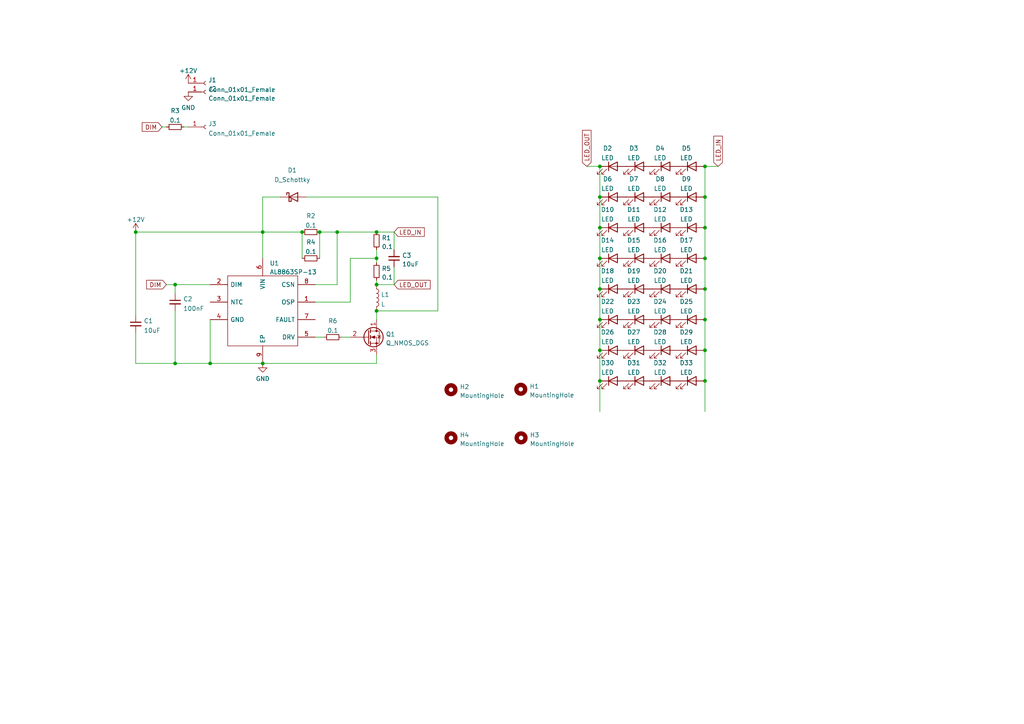
<source format=kicad_sch>
(kicad_sch (version 20211123) (generator eeschema)

  (uuid e63e39d7-6ac0-4ffd-8aa3-1841a4541b55)

  (paper "A4")

  (lib_symbols
    (symbol "Connector:Conn_01x01_Female" (pin_names (offset 1.016) hide) (in_bom yes) (on_board yes)
      (property "Reference" "J" (id 0) (at 0 2.54 0)
        (effects (font (size 1.27 1.27)))
      )
      (property "Value" "Conn_01x01_Female" (id 1) (at 0 -2.54 0)
        (effects (font (size 1.27 1.27)))
      )
      (property "Footprint" "" (id 2) (at 0 0 0)
        (effects (font (size 1.27 1.27)) hide)
      )
      (property "Datasheet" "~" (id 3) (at 0 0 0)
        (effects (font (size 1.27 1.27)) hide)
      )
      (property "ki_keywords" "connector" (id 4) (at 0 0 0)
        (effects (font (size 1.27 1.27)) hide)
      )
      (property "ki_description" "Generic connector, single row, 01x01, script generated (kicad-library-utils/schlib/autogen/connector/)" (id 5) (at 0 0 0)
        (effects (font (size 1.27 1.27)) hide)
      )
      (property "ki_fp_filters" "Connector*:*" (id 6) (at 0 0 0)
        (effects (font (size 1.27 1.27)) hide)
      )
      (symbol "Conn_01x01_Female_1_1"
        (polyline
          (pts
            (xy -1.27 0)
            (xy -0.508 0)
          )
          (stroke (width 0.1524) (type default) (color 0 0 0 0))
          (fill (type none))
        )
        (arc (start 0 0.508) (mid -0.508 0) (end 0 -0.508)
          (stroke (width 0.1524) (type default) (color 0 0 0 0))
          (fill (type none))
        )
        (pin passive line (at -5.08 0 0) (length 3.81)
          (name "Pin_1" (effects (font (size 1.27 1.27))))
          (number "1" (effects (font (size 1.27 1.27))))
        )
      )
    )
    (symbol "Device:C_Small" (pin_numbers hide) (pin_names (offset 0.254) hide) (in_bom yes) (on_board yes)
      (property "Reference" "C" (id 0) (at 0.254 1.778 0)
        (effects (font (size 1.27 1.27)) (justify left))
      )
      (property "Value" "C_Small" (id 1) (at 0.254 -2.032 0)
        (effects (font (size 1.27 1.27)) (justify left))
      )
      (property "Footprint" "" (id 2) (at 0 0 0)
        (effects (font (size 1.27 1.27)) hide)
      )
      (property "Datasheet" "~" (id 3) (at 0 0 0)
        (effects (font (size 1.27 1.27)) hide)
      )
      (property "ki_keywords" "capacitor cap" (id 4) (at 0 0 0)
        (effects (font (size 1.27 1.27)) hide)
      )
      (property "ki_description" "Unpolarized capacitor, small symbol" (id 5) (at 0 0 0)
        (effects (font (size 1.27 1.27)) hide)
      )
      (property "ki_fp_filters" "C_*" (id 6) (at 0 0 0)
        (effects (font (size 1.27 1.27)) hide)
      )
      (symbol "C_Small_0_1"
        (polyline
          (pts
            (xy -1.524 -0.508)
            (xy 1.524 -0.508)
          )
          (stroke (width 0.3302) (type default) (color 0 0 0 0))
          (fill (type none))
        )
        (polyline
          (pts
            (xy -1.524 0.508)
            (xy 1.524 0.508)
          )
          (stroke (width 0.3048) (type default) (color 0 0 0 0))
          (fill (type none))
        )
      )
      (symbol "C_Small_1_1"
        (pin passive line (at 0 2.54 270) (length 2.032)
          (name "~" (effects (font (size 1.27 1.27))))
          (number "1" (effects (font (size 1.27 1.27))))
        )
        (pin passive line (at 0 -2.54 90) (length 2.032)
          (name "~" (effects (font (size 1.27 1.27))))
          (number "2" (effects (font (size 1.27 1.27))))
        )
      )
    )
    (symbol "Device:D_Schottky" (pin_numbers hide) (pin_names (offset 1.016) hide) (in_bom yes) (on_board yes)
      (property "Reference" "D" (id 0) (at 0 2.54 0)
        (effects (font (size 1.27 1.27)))
      )
      (property "Value" "D_Schottky" (id 1) (at 0 -2.54 0)
        (effects (font (size 1.27 1.27)))
      )
      (property "Footprint" "" (id 2) (at 0 0 0)
        (effects (font (size 1.27 1.27)) hide)
      )
      (property "Datasheet" "~" (id 3) (at 0 0 0)
        (effects (font (size 1.27 1.27)) hide)
      )
      (property "ki_keywords" "diode Schottky" (id 4) (at 0 0 0)
        (effects (font (size 1.27 1.27)) hide)
      )
      (property "ki_description" "Schottky diode" (id 5) (at 0 0 0)
        (effects (font (size 1.27 1.27)) hide)
      )
      (property "ki_fp_filters" "TO-???* *_Diode_* *SingleDiode* D_*" (id 6) (at 0 0 0)
        (effects (font (size 1.27 1.27)) hide)
      )
      (symbol "D_Schottky_0_1"
        (polyline
          (pts
            (xy 1.27 0)
            (xy -1.27 0)
          )
          (stroke (width 0) (type default) (color 0 0 0 0))
          (fill (type none))
        )
        (polyline
          (pts
            (xy 1.27 1.27)
            (xy 1.27 -1.27)
            (xy -1.27 0)
            (xy 1.27 1.27)
          )
          (stroke (width 0.254) (type default) (color 0 0 0 0))
          (fill (type none))
        )
        (polyline
          (pts
            (xy -1.905 0.635)
            (xy -1.905 1.27)
            (xy -1.27 1.27)
            (xy -1.27 -1.27)
            (xy -0.635 -1.27)
            (xy -0.635 -0.635)
          )
          (stroke (width 0.254) (type default) (color 0 0 0 0))
          (fill (type none))
        )
      )
      (symbol "D_Schottky_1_1"
        (pin passive line (at -3.81 0 0) (length 2.54)
          (name "K" (effects (font (size 1.27 1.27))))
          (number "1" (effects (font (size 1.27 1.27))))
        )
        (pin passive line (at 3.81 0 180) (length 2.54)
          (name "A" (effects (font (size 1.27 1.27))))
          (number "2" (effects (font (size 1.27 1.27))))
        )
      )
    )
    (symbol "Device:L" (pin_numbers hide) (pin_names (offset 1.016) hide) (in_bom yes) (on_board yes)
      (property "Reference" "L" (id 0) (at -1.27 0 90)
        (effects (font (size 1.27 1.27)))
      )
      (property "Value" "L" (id 1) (at 1.905 0 90)
        (effects (font (size 1.27 1.27)))
      )
      (property "Footprint" "" (id 2) (at 0 0 0)
        (effects (font (size 1.27 1.27)) hide)
      )
      (property "Datasheet" "~" (id 3) (at 0 0 0)
        (effects (font (size 1.27 1.27)) hide)
      )
      (property "ki_keywords" "inductor choke coil reactor magnetic" (id 4) (at 0 0 0)
        (effects (font (size 1.27 1.27)) hide)
      )
      (property "ki_description" "Inductor" (id 5) (at 0 0 0)
        (effects (font (size 1.27 1.27)) hide)
      )
      (property "ki_fp_filters" "Choke_* *Coil* Inductor_* L_*" (id 6) (at 0 0 0)
        (effects (font (size 1.27 1.27)) hide)
      )
      (symbol "L_0_1"
        (arc (start 0 -2.54) (mid 0.635 -1.905) (end 0 -1.27)
          (stroke (width 0) (type default) (color 0 0 0 0))
          (fill (type none))
        )
        (arc (start 0 -1.27) (mid 0.635 -0.635) (end 0 0)
          (stroke (width 0) (type default) (color 0 0 0 0))
          (fill (type none))
        )
        (arc (start 0 0) (mid 0.635 0.635) (end 0 1.27)
          (stroke (width 0) (type default) (color 0 0 0 0))
          (fill (type none))
        )
        (arc (start 0 1.27) (mid 0.635 1.905) (end 0 2.54)
          (stroke (width 0) (type default) (color 0 0 0 0))
          (fill (type none))
        )
      )
      (symbol "L_1_1"
        (pin passive line (at 0 3.81 270) (length 1.27)
          (name "1" (effects (font (size 1.27 1.27))))
          (number "1" (effects (font (size 1.27 1.27))))
        )
        (pin passive line (at 0 -3.81 90) (length 1.27)
          (name "2" (effects (font (size 1.27 1.27))))
          (number "2" (effects (font (size 1.27 1.27))))
        )
      )
    )
    (symbol "Device:LED" (pin_numbers hide) (pin_names (offset 1.016) hide) (in_bom yes) (on_board yes)
      (property "Reference" "D" (id 0) (at 0 2.54 0)
        (effects (font (size 1.27 1.27)))
      )
      (property "Value" "LED" (id 1) (at 0 -2.54 0)
        (effects (font (size 1.27 1.27)))
      )
      (property "Footprint" "" (id 2) (at 0 0 0)
        (effects (font (size 1.27 1.27)) hide)
      )
      (property "Datasheet" "~" (id 3) (at 0 0 0)
        (effects (font (size 1.27 1.27)) hide)
      )
      (property "ki_keywords" "LED diode" (id 4) (at 0 0 0)
        (effects (font (size 1.27 1.27)) hide)
      )
      (property "ki_description" "Light emitting diode" (id 5) (at 0 0 0)
        (effects (font (size 1.27 1.27)) hide)
      )
      (property "ki_fp_filters" "LED* LED_SMD:* LED_THT:*" (id 6) (at 0 0 0)
        (effects (font (size 1.27 1.27)) hide)
      )
      (symbol "LED_0_1"
        (polyline
          (pts
            (xy -1.27 -1.27)
            (xy -1.27 1.27)
          )
          (stroke (width 0.254) (type default) (color 0 0 0 0))
          (fill (type none))
        )
        (polyline
          (pts
            (xy -1.27 0)
            (xy 1.27 0)
          )
          (stroke (width 0) (type default) (color 0 0 0 0))
          (fill (type none))
        )
        (polyline
          (pts
            (xy 1.27 -1.27)
            (xy 1.27 1.27)
            (xy -1.27 0)
            (xy 1.27 -1.27)
          )
          (stroke (width 0.254) (type default) (color 0 0 0 0))
          (fill (type none))
        )
        (polyline
          (pts
            (xy -3.048 -0.762)
            (xy -4.572 -2.286)
            (xy -3.81 -2.286)
            (xy -4.572 -2.286)
            (xy -4.572 -1.524)
          )
          (stroke (width 0) (type default) (color 0 0 0 0))
          (fill (type none))
        )
        (polyline
          (pts
            (xy -1.778 -0.762)
            (xy -3.302 -2.286)
            (xy -2.54 -2.286)
            (xy -3.302 -2.286)
            (xy -3.302 -1.524)
          )
          (stroke (width 0) (type default) (color 0 0 0 0))
          (fill (type none))
        )
      )
      (symbol "LED_1_1"
        (pin passive line (at -3.81 0 0) (length 2.54)
          (name "K" (effects (font (size 1.27 1.27))))
          (number "1" (effects (font (size 1.27 1.27))))
        )
        (pin passive line (at 3.81 0 180) (length 2.54)
          (name "A" (effects (font (size 1.27 1.27))))
          (number "2" (effects (font (size 1.27 1.27))))
        )
      )
    )
    (symbol "Device:Q_NMOS_DGS" (pin_names (offset 0) hide) (in_bom yes) (on_board yes)
      (property "Reference" "Q" (id 0) (at 5.08 1.27 0)
        (effects (font (size 1.27 1.27)) (justify left))
      )
      (property "Value" "Q_NMOS_DGS" (id 1) (at 5.08 -1.27 0)
        (effects (font (size 1.27 1.27)) (justify left))
      )
      (property "Footprint" "" (id 2) (at 5.08 2.54 0)
        (effects (font (size 1.27 1.27)) hide)
      )
      (property "Datasheet" "~" (id 3) (at 0 0 0)
        (effects (font (size 1.27 1.27)) hide)
      )
      (property "ki_keywords" "transistor NMOS N-MOS N-MOSFET" (id 4) (at 0 0 0)
        (effects (font (size 1.27 1.27)) hide)
      )
      (property "ki_description" "N-MOSFET transistor, drain/gate/source" (id 5) (at 0 0 0)
        (effects (font (size 1.27 1.27)) hide)
      )
      (symbol "Q_NMOS_DGS_0_1"
        (polyline
          (pts
            (xy 0.254 0)
            (xy -2.54 0)
          )
          (stroke (width 0) (type default) (color 0 0 0 0))
          (fill (type none))
        )
        (polyline
          (pts
            (xy 0.254 1.905)
            (xy 0.254 -1.905)
          )
          (stroke (width 0.254) (type default) (color 0 0 0 0))
          (fill (type none))
        )
        (polyline
          (pts
            (xy 0.762 -1.27)
            (xy 0.762 -2.286)
          )
          (stroke (width 0.254) (type default) (color 0 0 0 0))
          (fill (type none))
        )
        (polyline
          (pts
            (xy 0.762 0.508)
            (xy 0.762 -0.508)
          )
          (stroke (width 0.254) (type default) (color 0 0 0 0))
          (fill (type none))
        )
        (polyline
          (pts
            (xy 0.762 2.286)
            (xy 0.762 1.27)
          )
          (stroke (width 0.254) (type default) (color 0 0 0 0))
          (fill (type none))
        )
        (polyline
          (pts
            (xy 2.54 2.54)
            (xy 2.54 1.778)
          )
          (stroke (width 0) (type default) (color 0 0 0 0))
          (fill (type none))
        )
        (polyline
          (pts
            (xy 2.54 -2.54)
            (xy 2.54 0)
            (xy 0.762 0)
          )
          (stroke (width 0) (type default) (color 0 0 0 0))
          (fill (type none))
        )
        (polyline
          (pts
            (xy 0.762 -1.778)
            (xy 3.302 -1.778)
            (xy 3.302 1.778)
            (xy 0.762 1.778)
          )
          (stroke (width 0) (type default) (color 0 0 0 0))
          (fill (type none))
        )
        (polyline
          (pts
            (xy 1.016 0)
            (xy 2.032 0.381)
            (xy 2.032 -0.381)
            (xy 1.016 0)
          )
          (stroke (width 0) (type default) (color 0 0 0 0))
          (fill (type outline))
        )
        (polyline
          (pts
            (xy 2.794 0.508)
            (xy 2.921 0.381)
            (xy 3.683 0.381)
            (xy 3.81 0.254)
          )
          (stroke (width 0) (type default) (color 0 0 0 0))
          (fill (type none))
        )
        (polyline
          (pts
            (xy 3.302 0.381)
            (xy 2.921 -0.254)
            (xy 3.683 -0.254)
            (xy 3.302 0.381)
          )
          (stroke (width 0) (type default) (color 0 0 0 0))
          (fill (type none))
        )
        (circle (center 1.651 0) (radius 2.794)
          (stroke (width 0.254) (type default) (color 0 0 0 0))
          (fill (type none))
        )
        (circle (center 2.54 -1.778) (radius 0.254)
          (stroke (width 0) (type default) (color 0 0 0 0))
          (fill (type outline))
        )
        (circle (center 2.54 1.778) (radius 0.254)
          (stroke (width 0) (type default) (color 0 0 0 0))
          (fill (type outline))
        )
      )
      (symbol "Q_NMOS_DGS_1_1"
        (pin passive line (at 2.54 5.08 270) (length 2.54)
          (name "D" (effects (font (size 1.27 1.27))))
          (number "1" (effects (font (size 1.27 1.27))))
        )
        (pin input line (at -5.08 0 0) (length 2.54)
          (name "G" (effects (font (size 1.27 1.27))))
          (number "2" (effects (font (size 1.27 1.27))))
        )
        (pin passive line (at 2.54 -5.08 90) (length 2.54)
          (name "S" (effects (font (size 1.27 1.27))))
          (number "3" (effects (font (size 1.27 1.27))))
        )
      )
    )
    (symbol "Device:R_Small" (pin_numbers hide) (pin_names (offset 0.254) hide) (in_bom yes) (on_board yes)
      (property "Reference" "R" (id 0) (at 0.762 0.508 0)
        (effects (font (size 1.27 1.27)) (justify left))
      )
      (property "Value" "R_Small" (id 1) (at 0.762 -1.016 0)
        (effects (font (size 1.27 1.27)) (justify left))
      )
      (property "Footprint" "" (id 2) (at 0 0 0)
        (effects (font (size 1.27 1.27)) hide)
      )
      (property "Datasheet" "~" (id 3) (at 0 0 0)
        (effects (font (size 1.27 1.27)) hide)
      )
      (property "ki_keywords" "R resistor" (id 4) (at 0 0 0)
        (effects (font (size 1.27 1.27)) hide)
      )
      (property "ki_description" "Resistor, small symbol" (id 5) (at 0 0 0)
        (effects (font (size 1.27 1.27)) hide)
      )
      (property "ki_fp_filters" "R_*" (id 6) (at 0 0 0)
        (effects (font (size 1.27 1.27)) hide)
      )
      (symbol "R_Small_0_1"
        (rectangle (start -0.762 1.778) (end 0.762 -1.778)
          (stroke (width 0.2032) (type default) (color 0 0 0 0))
          (fill (type none))
        )
      )
      (symbol "R_Small_1_1"
        (pin passive line (at 0 2.54 270) (length 0.762)
          (name "~" (effects (font (size 1.27 1.27))))
          (number "1" (effects (font (size 1.27 1.27))))
        )
        (pin passive line (at 0 -2.54 90) (length 0.762)
          (name "~" (effects (font (size 1.27 1.27))))
          (number "2" (effects (font (size 1.27 1.27))))
        )
      )
    )
    (symbol "Mechanical:MountingHole" (pin_names (offset 1.016)) (in_bom yes) (on_board yes)
      (property "Reference" "H" (id 0) (at 0 5.08 0)
        (effects (font (size 1.27 1.27)))
      )
      (property "Value" "MountingHole" (id 1) (at 0 3.175 0)
        (effects (font (size 1.27 1.27)))
      )
      (property "Footprint" "" (id 2) (at 0 0 0)
        (effects (font (size 1.27 1.27)) hide)
      )
      (property "Datasheet" "~" (id 3) (at 0 0 0)
        (effects (font (size 1.27 1.27)) hide)
      )
      (property "ki_keywords" "mounting hole" (id 4) (at 0 0 0)
        (effects (font (size 1.27 1.27)) hide)
      )
      (property "ki_description" "Mounting Hole without connection" (id 5) (at 0 0 0)
        (effects (font (size 1.27 1.27)) hide)
      )
      (property "ki_fp_filters" "MountingHole*" (id 6) (at 0 0 0)
        (effects (font (size 1.27 1.27)) hide)
      )
      (symbol "MountingHole_0_1"
        (circle (center 0 0) (radius 1.27)
          (stroke (width 1.27) (type default) (color 0 0 0 0))
          (fill (type none))
        )
      )
    )
    (symbol "SamacSys_Parts2:AL8863SP-13" (pin_names (offset 0.762)) (in_bom yes) (on_board yes)
      (property "Reference" "IC" (id 0) (at 26.67 7.62 0)
        (effects (font (size 1.27 1.27)) (justify left))
      )
      (property "Value" "AL8863SP-13" (id 1) (at 26.67 5.08 0)
        (effects (font (size 1.27 1.27)) (justify left))
      )
      (property "Footprint" "SOIC127P600X170-9N" (id 2) (at 26.67 2.54 0)
        (effects (font (size 1.27 1.27)) (justify left) hide)
      )
      (property "Datasheet" "https://www.arrow.com/en/products/al8863sp-13/diodes-incorporated" (id 3) (at 26.67 0 0)
        (effects (font (size 1.27 1.27)) (justify left) hide)
      )
      (property "Description" "LED Lighting Drivers MV Buck LED Driver- Controller" (id 4) (at 26.67 -2.54 0)
        (effects (font (size 1.27 1.27)) (justify left) hide)
      )
      (property "Height" "1.7" (id 5) (at 26.67 -5.08 0)
        (effects (font (size 1.27 1.27)) (justify left) hide)
      )
      (property "Mouser Part Number" "621-AL8863SP-13" (id 6) (at 26.67 -7.62 0)
        (effects (font (size 1.27 1.27)) (justify left) hide)
      )
      (property "Mouser Price/Stock" "https://www.mouser.co.uk/ProductDetail/Diodes-Incorporated/AL8863SP-13?qs=rkhjVJ6%2F3EL7THMxjUi%2Ffg%3D%3D" (id 7) (at 26.67 -10.16 0)
        (effects (font (size 1.27 1.27)) (justify left) hide)
      )
      (property "Manufacturer_Name" "Diodes Inc." (id 8) (at 26.67 -12.7 0)
        (effects (font (size 1.27 1.27)) (justify left) hide)
      )
      (property "Manufacturer_Part_Number" "AL8863SP-13" (id 9) (at 26.67 -15.24 0)
        (effects (font (size 1.27 1.27)) (justify left) hide)
      )
      (property "ki_description" "LED Lighting Drivers MV Buck LED Driver- Controller" (id 10) (at 0 0 0)
        (effects (font (size 1.27 1.27)) hide)
      )
      (symbol "AL8863SP-13_0_0"
        (pin passive line (at 30.48 -5.08 180) (length 5.08)
          (name "OSP" (effects (font (size 1.27 1.27))))
          (number "1" (effects (font (size 1.27 1.27))))
        )
        (pin passive line (at 0 0 0) (length 5.08)
          (name "DIM" (effects (font (size 1.27 1.27))))
          (number "2" (effects (font (size 1.27 1.27))))
        )
        (pin passive line (at 0 -5.08 0) (length 5.08)
          (name "NTC" (effects (font (size 1.27 1.27))))
          (number "3" (effects (font (size 1.27 1.27))))
        )
        (pin passive line (at 0 -10.16 0) (length 5.08)
          (name "GND" (effects (font (size 1.27 1.27))))
          (number "4" (effects (font (size 1.27 1.27))))
        )
        (pin passive line (at 30.48 -15.24 180) (length 5.08)
          (name "DRV" (effects (font (size 1.27 1.27))))
          (number "5" (effects (font (size 1.27 1.27))))
        )
        (pin passive line (at 15.24 7.62 270) (length 5.08)
          (name "VIN" (effects (font (size 1.27 1.27))))
          (number "6" (effects (font (size 1.27 1.27))))
        )
        (pin passive line (at 30.48 -10.16 180) (length 5.08)
          (name "FAULT" (effects (font (size 1.27 1.27))))
          (number "7" (effects (font (size 1.27 1.27))))
        )
        (pin passive line (at 30.48 0 180) (length 5.08)
          (name "CSN" (effects (font (size 1.27 1.27))))
          (number "8" (effects (font (size 1.27 1.27))))
        )
        (pin passive line (at 15.24 -22.86 90) (length 5.08)
          (name "EP" (effects (font (size 1.27 1.27))))
          (number "9" (effects (font (size 1.27 1.27))))
        )
      )
      (symbol "AL8863SP-13_0_1"
        (polyline
          (pts
            (xy 5.08 2.54)
            (xy 25.4 2.54)
            (xy 25.4 -17.78)
            (xy 5.08 -17.78)
            (xy 5.08 2.54)
          )
          (stroke (width 0.1524) (type default) (color 0 0 0 0))
          (fill (type none))
        )
      )
    )
    (symbol "power:+12V" (power) (pin_names (offset 0)) (in_bom yes) (on_board yes)
      (property "Reference" "#PWR" (id 0) (at 0 -3.81 0)
        (effects (font (size 1.27 1.27)) hide)
      )
      (property "Value" "+12V" (id 1) (at 0 3.556 0)
        (effects (font (size 1.27 1.27)))
      )
      (property "Footprint" "" (id 2) (at 0 0 0)
        (effects (font (size 1.27 1.27)) hide)
      )
      (property "Datasheet" "" (id 3) (at 0 0 0)
        (effects (font (size 1.27 1.27)) hide)
      )
      (property "ki_keywords" "power-flag" (id 4) (at 0 0 0)
        (effects (font (size 1.27 1.27)) hide)
      )
      (property "ki_description" "Power symbol creates a global label with name \"+12V\"" (id 5) (at 0 0 0)
        (effects (font (size 1.27 1.27)) hide)
      )
      (symbol "+12V_0_1"
        (polyline
          (pts
            (xy -0.762 1.27)
            (xy 0 2.54)
          )
          (stroke (width 0) (type default) (color 0 0 0 0))
          (fill (type none))
        )
        (polyline
          (pts
            (xy 0 0)
            (xy 0 2.54)
          )
          (stroke (width 0) (type default) (color 0 0 0 0))
          (fill (type none))
        )
        (polyline
          (pts
            (xy 0 2.54)
            (xy 0.762 1.27)
          )
          (stroke (width 0) (type default) (color 0 0 0 0))
          (fill (type none))
        )
      )
      (symbol "+12V_1_1"
        (pin power_in line (at 0 0 90) (length 0) hide
          (name "+12V" (effects (font (size 1.27 1.27))))
          (number "1" (effects (font (size 1.27 1.27))))
        )
      )
    )
    (symbol "power:GND" (power) (pin_names (offset 0)) (in_bom yes) (on_board yes)
      (property "Reference" "#PWR" (id 0) (at 0 -6.35 0)
        (effects (font (size 1.27 1.27)) hide)
      )
      (property "Value" "GND" (id 1) (at 0 -3.81 0)
        (effects (font (size 1.27 1.27)))
      )
      (property "Footprint" "" (id 2) (at 0 0 0)
        (effects (font (size 1.27 1.27)) hide)
      )
      (property "Datasheet" "" (id 3) (at 0 0 0)
        (effects (font (size 1.27 1.27)) hide)
      )
      (property "ki_keywords" "power-flag" (id 4) (at 0 0 0)
        (effects (font (size 1.27 1.27)) hide)
      )
      (property "ki_description" "Power symbol creates a global label with name \"GND\" , ground" (id 5) (at 0 0 0)
        (effects (font (size 1.27 1.27)) hide)
      )
      (symbol "GND_0_1"
        (polyline
          (pts
            (xy 0 0)
            (xy 0 -1.27)
            (xy 1.27 -1.27)
            (xy 0 -2.54)
            (xy -1.27 -1.27)
            (xy 0 -1.27)
          )
          (stroke (width 0) (type default) (color 0 0 0 0))
          (fill (type none))
        )
      )
      (symbol "GND_1_1"
        (pin power_in line (at 0 0 270) (length 0) hide
          (name "GND" (effects (font (size 1.27 1.27))))
          (number "1" (effects (font (size 1.27 1.27))))
        )
      )
    )
  )

  (junction (at 204.47 74.93) (diameter 0) (color 0 0 0 0)
    (uuid 08226ec9-e82d-4416-a50f-4f4a86633746)
  )
  (junction (at 204.47 110.49) (diameter 0) (color 0 0 0 0)
    (uuid 0c73fe2b-9911-4202-add9-d59a04cee84b)
  )
  (junction (at 173.99 66.04) (diameter 0) (color 0 0 0 0)
    (uuid 184d714d-60f4-407c-824c-d4ef9b68b9f5)
  )
  (junction (at 76.2 67.31) (diameter 0) (color 0 0 0 0)
    (uuid 1f2e5cfb-6244-42cd-b74f-f1825e5d5eb6)
  )
  (junction (at 173.99 48.26) (diameter 0) (color 0 0 0 0)
    (uuid 26db946e-8b47-4a58-ae6e-617c1cc4689a)
  )
  (junction (at 173.99 83.82) (diameter 0) (color 0 0 0 0)
    (uuid 278e42d2-2439-4fe6-97c5-66b36a4ff111)
  )
  (junction (at 60.96 105.41) (diameter 0) (color 0 0 0 0)
    (uuid 2b927c33-2cea-4c28-86ee-f2f5d9920d95)
  )
  (junction (at 173.99 101.6) (diameter 0) (color 0 0 0 0)
    (uuid 3eaa47db-3a2c-4a2e-bbfd-f7d59de02737)
  )
  (junction (at 109.22 90.17) (diameter 0) (color 0 0 0 0)
    (uuid 430504ee-5bdf-4d61-8d0c-df65dfa464ac)
  )
  (junction (at 39.37 67.31) (diameter 0) (color 0 0 0 0)
    (uuid 55c28661-2998-4151-b324-a9f9c63a7369)
  )
  (junction (at 97.79 67.31) (diameter 0) (color 0 0 0 0)
    (uuid 67f376a2-a860-46bc-be28-306fe922ef1c)
  )
  (junction (at 204.47 101.6) (diameter 0) (color 0 0 0 0)
    (uuid 6f0bc7d4-17a0-4901-b05b-284d193c63cd)
  )
  (junction (at 173.99 74.93) (diameter 0) (color 0 0 0 0)
    (uuid 72494cf3-0be6-4078-9b2a-c7093f9a0898)
  )
  (junction (at 109.22 82.55) (diameter 0) (color 0 0 0 0)
    (uuid 8ac29f08-c941-4df1-af41-7cef79f18d90)
  )
  (junction (at 204.47 57.15) (diameter 0) (color 0 0 0 0)
    (uuid 9a1deb59-d832-4a7a-bf6f-fe40fb910f22)
  )
  (junction (at 76.2 105.41) (diameter 0) (color 0 0 0 0)
    (uuid a0547f26-8d5e-4c88-b9ac-29dd62a1855e)
  )
  (junction (at 109.22 67.31) (diameter 0) (color 0 0 0 0)
    (uuid ab662318-1cd8-4eac-a627-63ba1ae191c8)
  )
  (junction (at 87.63 67.31) (diameter 0) (color 0 0 0 0)
    (uuid adac9e74-d361-45c2-859a-c55629233408)
  )
  (junction (at 204.47 83.82) (diameter 0) (color 0 0 0 0)
    (uuid b8107c03-8d05-4542-bef1-2132b092e665)
  )
  (junction (at 173.99 57.15) (diameter 0) (color 0 0 0 0)
    (uuid b91bb3d1-7bc9-4960-923a-8a9d1c187ed6)
  )
  (junction (at 109.22 74.93) (diameter 0) (color 0 0 0 0)
    (uuid ba7d3905-626f-480a-b7f3-e750b6a1d8ef)
  )
  (junction (at 173.99 110.49) (diameter 0) (color 0 0 0 0)
    (uuid c52c20c0-bed7-4507-9141-8a4554ffccc2)
  )
  (junction (at 204.47 66.04) (diameter 0) (color 0 0 0 0)
    (uuid cbf1b0f3-32da-4928-ade2-816c1f567fa8)
  )
  (junction (at 204.47 92.71) (diameter 0) (color 0 0 0 0)
    (uuid cd861a59-b0b8-4517-a121-0384feeb269a)
  )
  (junction (at 173.99 92.71) (diameter 0) (color 0 0 0 0)
    (uuid d3d46c74-6922-469f-8339-49792eb0fe54)
  )
  (junction (at 92.71 67.31) (diameter 0) (color 0 0 0 0)
    (uuid d7730845-2637-4f52-a43d-b440783577bf)
  )
  (junction (at 204.47 48.26) (diameter 0) (color 0 0 0 0)
    (uuid d7815dea-2bdd-451d-856c-69191f84afa9)
  )
  (junction (at 50.8 105.41) (diameter 0) (color 0 0 0 0)
    (uuid de443429-4b6e-4ce4-8162-65e06cc53b93)
  )
  (junction (at 50.8 82.55) (diameter 0) (color 0 0 0 0)
    (uuid e79313d7-4940-4b11-b7d1-5a5462f2c4a7)
  )

  (wire (pts (xy 88.9 57.15) (xy 127 57.15))
    (stroke (width 0) (type default) (color 0 0 0 0))
    (uuid 0226688c-8ea3-46fa-b59c-95f29dd866a0)
  )
  (wire (pts (xy 109.22 81.28) (xy 109.22 82.55))
    (stroke (width 0) (type default) (color 0 0 0 0))
    (uuid 0287e737-ac27-4200-bea8-9c7afa47b698)
  )
  (wire (pts (xy 173.99 110.49) (xy 173.99 119.38))
    (stroke (width 0) (type default) (color 0 0 0 0))
    (uuid 02dcfb4f-3c50-49e9-8213-65d3345a081c)
  )
  (wire (pts (xy 204.47 57.15) (xy 204.47 66.04))
    (stroke (width 0) (type default) (color 0 0 0 0))
    (uuid 058a9d85-0a0e-4a63-86d8-55a944dc8b00)
  )
  (wire (pts (xy 91.44 87.63) (xy 101.6 87.63))
    (stroke (width 0) (type default) (color 0 0 0 0))
    (uuid 0b1b587c-2706-4793-a910-fe37dbb25617)
  )
  (wire (pts (xy 101.6 74.93) (xy 101.6 87.63))
    (stroke (width 0) (type default) (color 0 0 0 0))
    (uuid 0d4dcad2-2dda-455e-a7cb-2728d7e139ea)
  )
  (wire (pts (xy 39.37 105.41) (xy 50.8 105.41))
    (stroke (width 0) (type default) (color 0 0 0 0))
    (uuid 0ecd225f-f373-4370-a2e1-66c154890bf6)
  )
  (wire (pts (xy 39.37 96.52) (xy 39.37 105.41))
    (stroke (width 0) (type default) (color 0 0 0 0))
    (uuid 10e5c939-aaaa-450f-8f9c-fbc3bee1cb71)
  )
  (wire (pts (xy 60.96 105.41) (xy 76.2 105.41))
    (stroke (width 0) (type default) (color 0 0 0 0))
    (uuid 15871f2f-9fe3-414d-af5e-3cef0e5a36a1)
  )
  (wire (pts (xy 114.3 77.47) (xy 114.3 82.55))
    (stroke (width 0) (type default) (color 0 0 0 0))
    (uuid 292dfde8-170d-41e4-af80-30c5666b91f2)
  )
  (wire (pts (xy 204.47 66.04) (xy 204.47 74.93))
    (stroke (width 0) (type default) (color 0 0 0 0))
    (uuid 29d6f847-0cb5-4a6a-a459-9901742ed742)
  )
  (wire (pts (xy 99.06 97.79) (xy 101.6 97.79))
    (stroke (width 0) (type default) (color 0 0 0 0))
    (uuid 2a710a29-857d-40e5-8dce-c912bc10e388)
  )
  (wire (pts (xy 76.2 57.15) (xy 76.2 67.31))
    (stroke (width 0) (type default) (color 0 0 0 0))
    (uuid 2f132671-2cfd-4843-bfe1-764e1b7163ee)
  )
  (wire (pts (xy 204.47 101.6) (xy 204.47 110.49))
    (stroke (width 0) (type default) (color 0 0 0 0))
    (uuid 310b32e7-c898-4da3-b1e6-97a259004a36)
  )
  (wire (pts (xy 173.99 74.93) (xy 173.99 83.82))
    (stroke (width 0) (type default) (color 0 0 0 0))
    (uuid 35537f30-c7b3-4068-972a-099002003d5c)
  )
  (wire (pts (xy 204.47 48.26) (xy 208.28 48.26))
    (stroke (width 0) (type default) (color 0 0 0 0))
    (uuid 38e56685-ae07-4d9b-bcd9-eb65d9b4cdac)
  )
  (wire (pts (xy 204.47 48.26) (xy 204.47 57.15))
    (stroke (width 0) (type default) (color 0 0 0 0))
    (uuid 3e75727d-3a46-4606-9d24-11426f5f3d0e)
  )
  (wire (pts (xy 170.18 48.26) (xy 173.99 48.26))
    (stroke (width 0) (type default) (color 0 0 0 0))
    (uuid 4872bb34-9a18-4f74-a9c7-c19fc73ee116)
  )
  (wire (pts (xy 87.63 67.31) (xy 76.2 67.31))
    (stroke (width 0) (type default) (color 0 0 0 0))
    (uuid 48f06bab-ec30-400a-8f54-e54ad7e92703)
  )
  (wire (pts (xy 204.47 110.49) (xy 204.47 119.38))
    (stroke (width 0) (type default) (color 0 0 0 0))
    (uuid 497caad7-5fe9-4050-b371-b69fbfe8e233)
  )
  (wire (pts (xy 81.28 57.15) (xy 76.2 57.15))
    (stroke (width 0) (type default) (color 0 0 0 0))
    (uuid 4f22c7c3-1ff5-49bf-a07a-9ef98377f177)
  )
  (wire (pts (xy 48.26 82.55) (xy 50.8 82.55))
    (stroke (width 0) (type default) (color 0 0 0 0))
    (uuid 50bd1326-565f-4019-b759-8868fb67d5a5)
  )
  (wire (pts (xy 109.22 90.17) (xy 109.22 92.71))
    (stroke (width 0) (type default) (color 0 0 0 0))
    (uuid 5211047d-b329-4fa8-af6a-6a880827a813)
  )
  (wire (pts (xy 91.44 82.55) (xy 97.79 82.55))
    (stroke (width 0) (type default) (color 0 0 0 0))
    (uuid 560273e4-01f8-4bca-aec3-1a2bcf045c05)
  )
  (wire (pts (xy 109.22 105.41) (xy 76.2 105.41))
    (stroke (width 0) (type default) (color 0 0 0 0))
    (uuid 5881bd8f-2594-486b-b1e0-0fe4488b59ff)
  )
  (wire (pts (xy 92.71 67.31) (xy 97.79 67.31))
    (stroke (width 0) (type default) (color 0 0 0 0))
    (uuid 59b56c7c-9527-4ce0-815c-c236b6deca7b)
  )
  (wire (pts (xy 101.6 74.93) (xy 109.22 74.93))
    (stroke (width 0) (type default) (color 0 0 0 0))
    (uuid 5ac8c881-f342-480e-87e2-7ec2d8cb7344)
  )
  (wire (pts (xy 204.47 74.93) (xy 204.47 83.82))
    (stroke (width 0) (type default) (color 0 0 0 0))
    (uuid 65625a28-98a0-47c1-b4b9-697e2c8059c6)
  )
  (wire (pts (xy 76.2 67.31) (xy 76.2 74.93))
    (stroke (width 0) (type default) (color 0 0 0 0))
    (uuid 679d25c2-9287-4882-aad7-f6595124e3d4)
  )
  (wire (pts (xy 39.37 67.31) (xy 39.37 91.44))
    (stroke (width 0) (type default) (color 0 0 0 0))
    (uuid 6cc60342-ae4c-44d1-8356-e38f4d665701)
  )
  (wire (pts (xy 109.22 72.39) (xy 109.22 74.93))
    (stroke (width 0) (type default) (color 0 0 0 0))
    (uuid 6d5a8d1f-9891-4574-92fe-7612a0dbabd2)
  )
  (wire (pts (xy 204.47 92.71) (xy 204.47 101.6))
    (stroke (width 0) (type default) (color 0 0 0 0))
    (uuid 6ed3cce7-9964-42d3-80d4-48278ed54517)
  )
  (wire (pts (xy 109.22 82.55) (xy 114.3 82.55))
    (stroke (width 0) (type default) (color 0 0 0 0))
    (uuid 6faf4a60-c174-46b5-a2d8-15b04921f855)
  )
  (wire (pts (xy 173.99 92.71) (xy 173.99 101.6))
    (stroke (width 0) (type default) (color 0 0 0 0))
    (uuid 756d6d2a-2cc1-4254-82f2-4224a996c830)
  )
  (wire (pts (xy 50.8 90.17) (xy 50.8 105.41))
    (stroke (width 0) (type default) (color 0 0 0 0))
    (uuid 78a444d6-3065-4a5a-83b0-33f2d2865f1e)
  )
  (wire (pts (xy 173.99 66.04) (xy 173.99 74.93))
    (stroke (width 0) (type default) (color 0 0 0 0))
    (uuid 7b34e54f-3a50-4e55-90c6-90045396c768)
  )
  (wire (pts (xy 173.99 101.6) (xy 173.99 110.49))
    (stroke (width 0) (type default) (color 0 0 0 0))
    (uuid 84b31720-51d0-48b9-ad6f-c7aa84b3c55b)
  )
  (wire (pts (xy 50.8 82.55) (xy 60.96 82.55))
    (stroke (width 0) (type default) (color 0 0 0 0))
    (uuid 882c506c-79a9-4e11-bd37-d5839c57df3f)
  )
  (wire (pts (xy 109.22 74.93) (xy 109.22 76.2))
    (stroke (width 0) (type default) (color 0 0 0 0))
    (uuid 89201758-6ce7-41bb-a137-f911769b64e6)
  )
  (wire (pts (xy 173.99 83.82) (xy 173.99 92.71))
    (stroke (width 0) (type default) (color 0 0 0 0))
    (uuid 8d230f59-ce72-41f5-b9c3-aa6c471c99d2)
  )
  (wire (pts (xy 97.79 67.31) (xy 109.22 67.31))
    (stroke (width 0) (type default) (color 0 0 0 0))
    (uuid 94b0701c-3d8f-47fb-840c-6bc2dca1a25b)
  )
  (wire (pts (xy 91.44 97.79) (xy 93.98 97.79))
    (stroke (width 0) (type default) (color 0 0 0 0))
    (uuid 962a8ee2-e7bd-4651-ad70-e0fe3e865911)
  )
  (wire (pts (xy 127 57.15) (xy 127 90.17))
    (stroke (width 0) (type default) (color 0 0 0 0))
    (uuid 977f8cfe-de17-4737-a664-bcd16f205a98)
  )
  (wire (pts (xy 46.99 36.83) (xy 48.26 36.83))
    (stroke (width 0) (type default) (color 0 0 0 0))
    (uuid 9bd09ada-e977-4111-9e5d-acfe91f3fa8c)
  )
  (wire (pts (xy 39.37 67.31) (xy 76.2 67.31))
    (stroke (width 0) (type default) (color 0 0 0 0))
    (uuid a0187a46-8b67-4197-9072-82a3df5da205)
  )
  (wire (pts (xy 109.22 102.87) (xy 109.22 105.41))
    (stroke (width 0) (type default) (color 0 0 0 0))
    (uuid a0f50cef-578c-4924-a46f-0226ba4b6673)
  )
  (wire (pts (xy 92.71 67.31) (xy 92.71 74.93))
    (stroke (width 0) (type default) (color 0 0 0 0))
    (uuid ac53589f-c35a-4a9d-8f91-a4aeb88aba11)
  )
  (wire (pts (xy 114.3 67.31) (xy 114.3 72.39))
    (stroke (width 0) (type default) (color 0 0 0 0))
    (uuid ace9d4c0-54b6-4a00-8971-5f49412b7baa)
  )
  (wire (pts (xy 173.99 57.15) (xy 173.99 66.04))
    (stroke (width 0) (type default) (color 0 0 0 0))
    (uuid b2c76672-2d58-4b22-bbd9-523cc63dc930)
  )
  (wire (pts (xy 50.8 105.41) (xy 60.96 105.41))
    (stroke (width 0) (type default) (color 0 0 0 0))
    (uuid b3182700-9627-46e4-a8de-3e26f66b42ba)
  )
  (wire (pts (xy 97.79 82.55) (xy 97.79 67.31))
    (stroke (width 0) (type default) (color 0 0 0 0))
    (uuid b907c5e4-d94d-4e1a-b2b6-58677ca960ce)
  )
  (wire (pts (xy 53.34 36.83) (xy 54.61 36.83))
    (stroke (width 0) (type default) (color 0 0 0 0))
    (uuid c148f8b8-6b2c-47f2-8612-f63c932a1855)
  )
  (wire (pts (xy 50.8 82.55) (xy 50.8 85.09))
    (stroke (width 0) (type default) (color 0 0 0 0))
    (uuid c54c4c1b-9b85-4814-9ee0-d3827ba09066)
  )
  (wire (pts (xy 109.22 90.17) (xy 127 90.17))
    (stroke (width 0) (type default) (color 0 0 0 0))
    (uuid cf2f9669-ca7d-4238-8a79-3d39b1856bc4)
  )
  (wire (pts (xy 173.99 48.26) (xy 173.99 57.15))
    (stroke (width 0) (type default) (color 0 0 0 0))
    (uuid da44bf76-32f9-4202-961e-a6cbb82c1788)
  )
  (wire (pts (xy 87.63 67.31) (xy 87.63 74.93))
    (stroke (width 0) (type default) (color 0 0 0 0))
    (uuid daf4a9ec-6360-4887-b772-a6a661b92e60)
  )
  (wire (pts (xy 109.22 67.31) (xy 114.3 67.31))
    (stroke (width 0) (type default) (color 0 0 0 0))
    (uuid dc2e1cb8-e636-45ac-8fdf-f104bb2c9ecc)
  )
  (wire (pts (xy 60.96 92.71) (xy 60.96 105.41))
    (stroke (width 0) (type default) (color 0 0 0 0))
    (uuid f5643e39-3395-4994-bcfc-26ef80b8076f)
  )
  (wire (pts (xy 204.47 83.82) (xy 204.47 92.71))
    (stroke (width 0) (type default) (color 0 0 0 0))
    (uuid fd275478-3818-4501-b799-06953094418b)
  )

  (global_label "LED_OUT" (shape input) (at 114.3 82.55 0) (fields_autoplaced)
    (effects (font (size 1.27 1.27)) (justify left))
    (uuid 02641a95-3f0f-44b4-90ee-74b4ddece0ea)
    (property "Intersheet References" "${INTERSHEET_REFS}" (id 0) (at 124.7564 82.4706 0)
      (effects (font (size 1.27 1.27)) (justify left) hide)
    )
  )
  (global_label "DIM" (shape input) (at 48.26 82.55 180) (fields_autoplaced)
    (effects (font (size 1.27 1.27)) (justify right))
    (uuid 05b334a4-b82c-483c-847d-1180b6c45671)
    (property "Intersheet References" "${INTERSHEET_REFS}" (id 0) (at 42.5207 82.4706 0)
      (effects (font (size 1.27 1.27)) (justify right) hide)
    )
  )
  (global_label "LED_IN" (shape input) (at 114.3 67.31 0) (fields_autoplaced)
    (effects (font (size 1.27 1.27)) (justify left))
    (uuid 22b9bd00-fef9-491d-8f44-12287b2f9f03)
    (property "Intersheet References" "${INTERSHEET_REFS}" (id 0) (at 123.0631 67.2306 0)
      (effects (font (size 1.27 1.27)) (justify left) hide)
    )
  )
  (global_label "DIM" (shape input) (at 46.99 36.83 180) (fields_autoplaced)
    (effects (font (size 1.27 1.27)) (justify right))
    (uuid bef59955-07b9-419c-b109-fc5b5e07101d)
    (property "Intersheet References" "${INTERSHEET_REFS}" (id 0) (at 41.2507 36.7506 0)
      (effects (font (size 1.27 1.27)) (justify right) hide)
    )
  )
  (global_label "LED_IN" (shape input) (at 208.28 48.26 90) (fields_autoplaced)
    (effects (font (size 1.27 1.27)) (justify left))
    (uuid da548fc9-7901-48a3-9ba1-241d7ff79d1a)
    (property "Intersheet References" "${INTERSHEET_REFS}" (id 0) (at 208.2006 39.4969 90)
      (effects (font (size 1.27 1.27)) (justify left) hide)
    )
  )
  (global_label "LED_OUT" (shape input) (at 170.18 48.26 90) (fields_autoplaced)
    (effects (font (size 1.27 1.27)) (justify left))
    (uuid f6bf8676-d67d-48ba-89f1-e183375f3a18)
    (property "Intersheet References" "${INTERSHEET_REFS}" (id 0) (at 170.1006 37.8036 90)
      (effects (font (size 1.27 1.27)) (justify left) hide)
    )
  )

  (symbol (lib_id "SamacSys_Parts2:AL8863SP-13") (at 60.96 82.55 0) (unit 1)
    (in_bom yes) (on_board yes) (fields_autoplaced)
    (uuid 03846f2a-988b-40ab-9706-319a5dcc4ca7)
    (property "Reference" "U1" (id 0) (at 78.2194 76.361 0)
      (effects (font (size 1.27 1.27)) (justify left))
    )
    (property "Value" "AL8863SP-13" (id 1) (at 78.2194 78.8979 0)
      (effects (font (size 1.27 1.27)) (justify left))
    )
    (property "Footprint" "SamacSys_Parts:SOIC127P600X170-9N" (id 2) (at 87.63 80.01 0)
      (effects (font (size 1.27 1.27)) (justify left) hide)
    )
    (property "Datasheet" "https://www.arrow.com/en/products/al8863sp-13/diodes-incorporated" (id 3) (at 87.63 82.55 0)
      (effects (font (size 1.27 1.27)) (justify left) hide)
    )
    (property "Description" "LED Lighting Drivers MV Buck LED Driver- Controller" (id 4) (at 87.63 85.09 0)
      (effects (font (size 1.27 1.27)) (justify left) hide)
    )
    (property "Height" "1.7" (id 5) (at 87.63 87.63 0)
      (effects (font (size 1.27 1.27)) (justify left) hide)
    )
    (property "Mouser Part Number" "621-AL8863SP-13" (id 6) (at 87.63 90.17 0)
      (effects (font (size 1.27 1.27)) (justify left) hide)
    )
    (property "Mouser Price/Stock" "https://www.mouser.co.uk/ProductDetail/Diodes-Incorporated/AL8863SP-13?qs=rkhjVJ6%2F3EL7THMxjUi%2Ffg%3D%3D" (id 7) (at 87.63 92.71 0)
      (effects (font (size 1.27 1.27)) (justify left) hide)
    )
    (property "Manufacturer_Name" "Diodes Inc." (id 8) (at 87.63 95.25 0)
      (effects (font (size 1.27 1.27)) (justify left) hide)
    )
    (property "Manufacturer_Part_Number" "AL8863SP-13" (id 9) (at 87.63 97.79 0)
      (effects (font (size 1.27 1.27)) (justify left) hide)
    )
    (pin "1" (uuid d466dc70-3e0b-4253-b450-ad65cdd22e0c))
    (pin "2" (uuid 8781b394-83c9-4319-b4c6-fd443724230a))
    (pin "3" (uuid 42158677-cd65-41c6-bf84-7638d35d0179))
    (pin "4" (uuid a3a113b6-1870-4d6a-9add-ed91b82b4438))
    (pin "5" (uuid 6feddb24-bdda-4a35-93a5-cd10e970f423))
    (pin "6" (uuid 19edb2de-7a4f-4f27-a2e3-d05a219b74f3))
    (pin "7" (uuid 0d4fef16-b403-4be9-bc12-1309265d63d4))
    (pin "8" (uuid ecb69dc9-ae23-4f12-8f5e-70c86e34fcc1))
    (pin "9" (uuid 4d08847c-c11f-47f5-a081-1bc1ab9451c8))
  )

  (symbol (lib_id "Device:LED") (at 177.8 83.82 0) (unit 1)
    (in_bom yes) (on_board yes) (fields_autoplaced)
    (uuid 0667b57b-3db4-42e1-b996-7e54777138b9)
    (property "Reference" "D18" (id 0) (at 176.2125 78.5835 0))
    (property "Value" "LED" (id 1) (at 176.2125 81.3586 0))
    (property "Footprint" "LED_SMD:LM301B" (id 2) (at 177.8 83.82 0)
      (effects (font (size 1.27 1.27)) hide)
    )
    (property "Datasheet" "~" (id 3) (at 177.8 83.82 0)
      (effects (font (size 1.27 1.27)) hide)
    )
    (pin "1" (uuid 1cd21da1-0bdc-4f12-86af-93ad7324c405))
    (pin "2" (uuid 442d6b0a-abdb-4676-915f-fdb2c1f23058))
  )

  (symbol (lib_id "power:GND") (at 76.2 105.41 0) (unit 1)
    (in_bom yes) (on_board yes) (fields_autoplaced)
    (uuid 08da3f73-2363-48e5-9a1b-82e944b36776)
    (property "Reference" "#PWR0101" (id 0) (at 76.2 111.76 0)
      (effects (font (size 1.27 1.27)) hide)
    )
    (property "Value" "GND" (id 1) (at 76.2 109.8534 0))
    (property "Footprint" "" (id 2) (at 76.2 105.41 0)
      (effects (font (size 1.27 1.27)) hide)
    )
    (property "Datasheet" "" (id 3) (at 76.2 105.41 0)
      (effects (font (size 1.27 1.27)) hide)
    )
    (pin "1" (uuid ea23834b-e344-4ae4-ab9f-0ff623941091))
  )

  (symbol (lib_id "Device:LED") (at 193.04 48.26 0) (unit 1)
    (in_bom yes) (on_board yes) (fields_autoplaced)
    (uuid 09be71c7-0337-4e2d-9cb6-f6774ddbada1)
    (property "Reference" "D4" (id 0) (at 191.4525 43.0235 0))
    (property "Value" "LED" (id 1) (at 191.4525 45.7986 0))
    (property "Footprint" "LED_SMD:LM301B" (id 2) (at 193.04 48.26 0)
      (effects (font (size 1.27 1.27)) hide)
    )
    (property "Datasheet" "~" (id 3) (at 193.04 48.26 0)
      (effects (font (size 1.27 1.27)) hide)
    )
    (pin "1" (uuid f9ae5437-e165-43a2-b670-d7ee3a6c5996))
    (pin "2" (uuid 3c051ec1-4e43-4182-bc13-7105c3fc87a4))
  )

  (symbol (lib_id "Device:LED") (at 177.8 74.93 0) (unit 1)
    (in_bom yes) (on_board yes) (fields_autoplaced)
    (uuid 125a9fd1-f4bc-41f7-815c-21c249ebe4d6)
    (property "Reference" "D14" (id 0) (at 176.2125 69.6935 0))
    (property "Value" "LED" (id 1) (at 176.2125 72.4686 0))
    (property "Footprint" "LED_SMD:LM301B" (id 2) (at 177.8 74.93 0)
      (effects (font (size 1.27 1.27)) hide)
    )
    (property "Datasheet" "~" (id 3) (at 177.8 74.93 0)
      (effects (font (size 1.27 1.27)) hide)
    )
    (pin "1" (uuid 9341652e-4d70-4290-b89a-0eb81f49472a))
    (pin "2" (uuid f83a33c5-c0e4-4dd7-ae06-9d7a004524a4))
  )

  (symbol (lib_id "Device:LED") (at 193.04 83.82 0) (unit 1)
    (in_bom yes) (on_board yes) (fields_autoplaced)
    (uuid 133ccf9c-dbe5-43c8-92cc-7c70f818065e)
    (property "Reference" "D20" (id 0) (at 191.4525 78.5835 0))
    (property "Value" "LED" (id 1) (at 191.4525 81.3586 0))
    (property "Footprint" "LED_SMD:LM301B" (id 2) (at 193.04 83.82 0)
      (effects (font (size 1.27 1.27)) hide)
    )
    (property "Datasheet" "~" (id 3) (at 193.04 83.82 0)
      (effects (font (size 1.27 1.27)) hide)
    )
    (pin "1" (uuid b61af85f-ab8d-401f-bdb9-74fc2e7373cb))
    (pin "2" (uuid 4b980920-8b90-4a23-bdb1-8e868f17a682))
  )

  (symbol (lib_id "Device:LED") (at 185.42 66.04 0) (unit 1)
    (in_bom yes) (on_board yes) (fields_autoplaced)
    (uuid 1655941f-1022-4386-828a-703ebbee008b)
    (property "Reference" "D11" (id 0) (at 183.8325 60.8035 0))
    (property "Value" "LED" (id 1) (at 183.8325 63.5786 0))
    (property "Footprint" "LED_SMD:LM301B" (id 2) (at 185.42 66.04 0)
      (effects (font (size 1.27 1.27)) hide)
    )
    (property "Datasheet" "~" (id 3) (at 185.42 66.04 0)
      (effects (font (size 1.27 1.27)) hide)
    )
    (pin "1" (uuid f359a9d2-5859-4363-a1e2-bc6d7199d115))
    (pin "2" (uuid 001f3216-73ee-4374-b65f-36d58bec2750))
  )

  (symbol (lib_id "Device:LED") (at 200.66 110.49 0) (unit 1)
    (in_bom yes) (on_board yes) (fields_autoplaced)
    (uuid 21351f5a-fe84-4ad8-84d8-32d72893de57)
    (property "Reference" "D33" (id 0) (at 199.0725 105.2535 0))
    (property "Value" "LED" (id 1) (at 199.0725 108.0286 0))
    (property "Footprint" "LED_SMD:LM301B" (id 2) (at 200.66 110.49 0)
      (effects (font (size 1.27 1.27)) hide)
    )
    (property "Datasheet" "~" (id 3) (at 200.66 110.49 0)
      (effects (font (size 1.27 1.27)) hide)
    )
    (pin "1" (uuid c0d153c8-6e37-40f2-b635-ce29d652719e))
    (pin "2" (uuid b592fd72-f462-479a-9f7d-69539e2d01d7))
  )

  (symbol (lib_id "Device:LED") (at 177.8 57.15 0) (unit 1)
    (in_bom yes) (on_board yes) (fields_autoplaced)
    (uuid 24c676e2-af3b-45aa-828a-c9c79f63a400)
    (property "Reference" "D6" (id 0) (at 176.2125 51.9135 0))
    (property "Value" "LED" (id 1) (at 176.2125 54.6886 0))
    (property "Footprint" "LED_SMD:LM301B" (id 2) (at 177.8 57.15 0)
      (effects (font (size 1.27 1.27)) hide)
    )
    (property "Datasheet" "~" (id 3) (at 177.8 57.15 0)
      (effects (font (size 1.27 1.27)) hide)
    )
    (pin "1" (uuid 7ec203f5-384a-4c6c-8658-fd9047281bff))
    (pin "2" (uuid 1124c27b-de83-4587-a58b-e0e30da70697))
  )

  (symbol (lib_id "Device:LED") (at 193.04 92.71 0) (unit 1)
    (in_bom yes) (on_board yes) (fields_autoplaced)
    (uuid 260d9ffe-3f48-49a6-aa39-eda58fb9daf0)
    (property "Reference" "D24" (id 0) (at 191.4525 87.4735 0))
    (property "Value" "LED" (id 1) (at 191.4525 90.2486 0))
    (property "Footprint" "LED_SMD:LM301B" (id 2) (at 193.04 92.71 0)
      (effects (font (size 1.27 1.27)) hide)
    )
    (property "Datasheet" "~" (id 3) (at 193.04 92.71 0)
      (effects (font (size 1.27 1.27)) hide)
    )
    (pin "1" (uuid fdd52698-8adb-4a8d-b339-f4a9326acfa5))
    (pin "2" (uuid b8e09728-adb6-44ed-ab6f-72a80510b068))
  )

  (symbol (lib_id "Device:LED") (at 200.66 57.15 0) (unit 1)
    (in_bom yes) (on_board yes) (fields_autoplaced)
    (uuid 2921ea2f-f078-49f5-9d31-a3c172d16827)
    (property "Reference" "D9" (id 0) (at 199.0725 51.9135 0))
    (property "Value" "LED" (id 1) (at 199.0725 54.6886 0))
    (property "Footprint" "LED_SMD:LM301B" (id 2) (at 200.66 57.15 0)
      (effects (font (size 1.27 1.27)) hide)
    )
    (property "Datasheet" "~" (id 3) (at 200.66 57.15 0)
      (effects (font (size 1.27 1.27)) hide)
    )
    (pin "1" (uuid 766f1dd4-4c18-4d1d-9668-4bd18c369493))
    (pin "2" (uuid 7a36266a-7bb2-4f1a-9ae0-eff84a084a03))
  )

  (symbol (lib_id "Device:LED") (at 200.66 101.6 0) (unit 1)
    (in_bom yes) (on_board yes) (fields_autoplaced)
    (uuid 2d1ae2a0-dc45-4618-83f2-15d0e27c05d3)
    (property "Reference" "D29" (id 0) (at 199.0725 96.3635 0))
    (property "Value" "LED" (id 1) (at 199.0725 99.1386 0))
    (property "Footprint" "LED_SMD:LM301B" (id 2) (at 200.66 101.6 0)
      (effects (font (size 1.27 1.27)) hide)
    )
    (property "Datasheet" "~" (id 3) (at 200.66 101.6 0)
      (effects (font (size 1.27 1.27)) hide)
    )
    (pin "1" (uuid c1ce5d26-e99f-43c4-aa1d-141b5cc33aef))
    (pin "2" (uuid 6d7c8395-ede6-438b-99e2-55942a9ee61c))
  )

  (symbol (lib_id "Device:LED") (at 200.66 48.26 0) (unit 1)
    (in_bom yes) (on_board yes) (fields_autoplaced)
    (uuid 39010c61-b9ab-4486-8358-024d750bb80d)
    (property "Reference" "D5" (id 0) (at 199.0725 43.0235 0))
    (property "Value" "LED" (id 1) (at 199.0725 45.7986 0))
    (property "Footprint" "LED_SMD:LM301B" (id 2) (at 200.66 48.26 0)
      (effects (font (size 1.27 1.27)) hide)
    )
    (property "Datasheet" "~" (id 3) (at 200.66 48.26 0)
      (effects (font (size 1.27 1.27)) hide)
    )
    (pin "1" (uuid 4c086fb3-25ca-4dd2-b3c1-a7b11ae9bd80))
    (pin "2" (uuid d950ffd3-9b50-44be-89f2-29a06be67a07))
  )

  (symbol (lib_id "Connector:Conn_01x01_Female") (at 59.69 36.83 0) (unit 1)
    (in_bom yes) (on_board yes) (fields_autoplaced)
    (uuid 3f76a1b8-d053-472d-a6f8-b4d42c04d41b)
    (property "Reference" "J3" (id 0) (at 60.4012 35.9215 0)
      (effects (font (size 1.27 1.27)) (justify left))
    )
    (property "Value" "Conn_01x01_Female" (id 1) (at 60.4012 38.6966 0)
      (effects (font (size 1.27 1.27)) (justify left))
    )
    (property "Footprint" "Connector:POKE-HOME" (id 2) (at 59.69 36.83 0)
      (effects (font (size 1.27 1.27)) hide)
    )
    (property "Datasheet" "~" (id 3) (at 59.69 36.83 0)
      (effects (font (size 1.27 1.27)) hide)
    )
    (pin "1" (uuid 2e614027-6a5e-4385-b2e7-97d279ab7af4))
  )

  (symbol (lib_id "Device:LED") (at 200.66 74.93 0) (unit 1)
    (in_bom yes) (on_board yes) (fields_autoplaced)
    (uuid 46209d92-ad66-4349-b416-44629e391518)
    (property "Reference" "D17" (id 0) (at 199.0725 69.6935 0))
    (property "Value" "LED" (id 1) (at 199.0725 72.4686 0))
    (property "Footprint" "LED_SMD:LM301B" (id 2) (at 200.66 74.93 0)
      (effects (font (size 1.27 1.27)) hide)
    )
    (property "Datasheet" "~" (id 3) (at 200.66 74.93 0)
      (effects (font (size 1.27 1.27)) hide)
    )
    (pin "1" (uuid f1bca7bd-7965-4795-9e94-256fe1b52477))
    (pin "2" (uuid ab2a46b6-c594-4b18-bdcf-5805aa81b39c))
  )

  (symbol (lib_id "Device:LED") (at 193.04 57.15 0) (unit 1)
    (in_bom yes) (on_board yes) (fields_autoplaced)
    (uuid 4f5b2915-21ff-45e0-b38c-7aa049042c0e)
    (property "Reference" "D8" (id 0) (at 191.4525 51.9135 0))
    (property "Value" "LED" (id 1) (at 191.4525 54.6886 0))
    (property "Footprint" "LED_SMD:LM301B" (id 2) (at 193.04 57.15 0)
      (effects (font (size 1.27 1.27)) hide)
    )
    (property "Datasheet" "~" (id 3) (at 193.04 57.15 0)
      (effects (font (size 1.27 1.27)) hide)
    )
    (pin "1" (uuid 8eb99bd1-0454-4a5f-8eb7-65177a2f14ef))
    (pin "2" (uuid f97f4010-0169-4b15-823f-eced3dc5c57f))
  )

  (symbol (lib_id "Device:LED") (at 185.42 101.6 0) (unit 1)
    (in_bom yes) (on_board yes) (fields_autoplaced)
    (uuid 55899aa9-bf89-4ead-a38f-ef19bc33dc39)
    (property "Reference" "D27" (id 0) (at 183.8325 96.3635 0))
    (property "Value" "LED" (id 1) (at 183.8325 99.1386 0))
    (property "Footprint" "LED_SMD:LM301B" (id 2) (at 185.42 101.6 0)
      (effects (font (size 1.27 1.27)) hide)
    )
    (property "Datasheet" "~" (id 3) (at 185.42 101.6 0)
      (effects (font (size 1.27 1.27)) hide)
    )
    (pin "1" (uuid f301a5c5-a5bd-4c6e-92b2-4e525c3545fc))
    (pin "2" (uuid 501400ae-7d37-4086-aaf3-639dba9a9205))
  )

  (symbol (lib_id "Device:LED") (at 185.42 83.82 0) (unit 1)
    (in_bom yes) (on_board yes) (fields_autoplaced)
    (uuid 5b40d5e3-e3a1-4818-9349-adfa0afaebbb)
    (property "Reference" "D19" (id 0) (at 183.8325 78.5835 0))
    (property "Value" "LED" (id 1) (at 183.8325 81.3586 0))
    (property "Footprint" "LED_SMD:LM301B" (id 2) (at 185.42 83.82 0)
      (effects (font (size 1.27 1.27)) hide)
    )
    (property "Datasheet" "~" (id 3) (at 185.42 83.82 0)
      (effects (font (size 1.27 1.27)) hide)
    )
    (pin "1" (uuid 90ef7cb5-d82e-4c2b-b70b-01b8fcde638a))
    (pin "2" (uuid acfb77cc-de0c-4fbb-9bbc-abb9246530d8))
  )

  (symbol (lib_id "Device:LED") (at 185.42 48.26 0) (unit 1)
    (in_bom yes) (on_board yes) (fields_autoplaced)
    (uuid 5bf15c8f-c290-4091-93f0-3d5ecc8b1ba5)
    (property "Reference" "D3" (id 0) (at 183.8325 43.0235 0))
    (property "Value" "LED" (id 1) (at 183.8325 45.7986 0))
    (property "Footprint" "LED_SMD:LM301B" (id 2) (at 185.42 48.26 0)
      (effects (font (size 1.27 1.27)) hide)
    )
    (property "Datasheet" "~" (id 3) (at 185.42 48.26 0)
      (effects (font (size 1.27 1.27)) hide)
    )
    (pin "1" (uuid 295eb787-304e-4f5c-87b5-5158cb7101de))
    (pin "2" (uuid 35ce0355-3b9b-4f6d-9436-da58e3ebbe7e))
  )

  (symbol (lib_id "Mechanical:MountingHole") (at 130.81 127 0) (unit 1)
    (in_bom yes) (on_board yes) (fields_autoplaced)
    (uuid 60b59ffa-c2bc-40d9-8cf4-92124b10b3ea)
    (property "Reference" "H4" (id 0) (at 133.35 126.1653 0)
      (effects (font (size 1.27 1.27)) (justify left))
    )
    (property "Value" "MountingHole" (id 1) (at 133.35 128.7022 0)
      (effects (font (size 1.27 1.27)) (justify left))
    )
    (property "Footprint" "MountingHole:MountingHole_3.2mm_M3" (id 2) (at 130.81 127 0)
      (effects (font (size 1.27 1.27)) hide)
    )
    (property "Datasheet" "~" (id 3) (at 130.81 127 0)
      (effects (font (size 1.27 1.27)) hide)
    )
  )

  (symbol (lib_id "Device:LED") (at 185.42 74.93 0) (unit 1)
    (in_bom yes) (on_board yes) (fields_autoplaced)
    (uuid 63f6022d-6ad1-4984-820c-98415e585348)
    (property "Reference" "D15" (id 0) (at 183.8325 69.6935 0))
    (property "Value" "LED" (id 1) (at 183.8325 72.4686 0))
    (property "Footprint" "LED_SMD:LM301B" (id 2) (at 185.42 74.93 0)
      (effects (font (size 1.27 1.27)) hide)
    )
    (property "Datasheet" "~" (id 3) (at 185.42 74.93 0)
      (effects (font (size 1.27 1.27)) hide)
    )
    (pin "1" (uuid 6f106873-39c2-4606-9ec3-837b80db974d))
    (pin "2" (uuid d52d0fa0-ddd3-46b1-8614-0a5476fd2654))
  )

  (symbol (lib_id "Device:LED") (at 177.8 101.6 0) (unit 1)
    (in_bom yes) (on_board yes) (fields_autoplaced)
    (uuid 7379e83a-c981-4659-89fd-b95042d3eff1)
    (property "Reference" "D26" (id 0) (at 176.2125 96.3635 0))
    (property "Value" "LED" (id 1) (at 176.2125 99.1386 0))
    (property "Footprint" "LED_SMD:LM301B" (id 2) (at 177.8 101.6 0)
      (effects (font (size 1.27 1.27)) hide)
    )
    (property "Datasheet" "~" (id 3) (at 177.8 101.6 0)
      (effects (font (size 1.27 1.27)) hide)
    )
    (pin "1" (uuid e358ebb5-b889-4a9e-b03a-53f162b4f8a2))
    (pin "2" (uuid 962d7b18-945c-417e-ac9b-4b037019cc8e))
  )

  (symbol (lib_id "Device:LED") (at 193.04 74.93 0) (unit 1)
    (in_bom yes) (on_board yes) (fields_autoplaced)
    (uuid 78bc1b2d-be18-48c1-aba5-cb1255e651fc)
    (property "Reference" "D16" (id 0) (at 191.4525 69.6935 0))
    (property "Value" "LED" (id 1) (at 191.4525 72.4686 0))
    (property "Footprint" "LED_SMD:LM301B" (id 2) (at 193.04 74.93 0)
      (effects (font (size 1.27 1.27)) hide)
    )
    (property "Datasheet" "~" (id 3) (at 193.04 74.93 0)
      (effects (font (size 1.27 1.27)) hide)
    )
    (pin "1" (uuid c2756aa0-5dca-49c2-a1fc-5b6646a76189))
    (pin "2" (uuid ad0a96ed-3505-42ff-acfd-eb1672aeec0e))
  )

  (symbol (lib_id "Mechanical:MountingHole") (at 151.13 127 0) (unit 1)
    (in_bom yes) (on_board yes) (fields_autoplaced)
    (uuid 79a176e0-bd2b-4b57-ad37-a16c290f74bc)
    (property "Reference" "H3" (id 0) (at 153.67 126.1653 0)
      (effects (font (size 1.27 1.27)) (justify left))
    )
    (property "Value" "MountingHole" (id 1) (at 153.67 128.7022 0)
      (effects (font (size 1.27 1.27)) (justify left))
    )
    (property "Footprint" "MountingHole:MountingHole_3.2mm_M3" (id 2) (at 151.13 127 0)
      (effects (font (size 1.27 1.27)) hide)
    )
    (property "Datasheet" "~" (id 3) (at 151.13 127 0)
      (effects (font (size 1.27 1.27)) hide)
    )
  )

  (symbol (lib_id "Device:LED") (at 193.04 110.49 0) (unit 1)
    (in_bom yes) (on_board yes) (fields_autoplaced)
    (uuid 7b27c9ab-77c9-4a0c-9e37-89c6078e24b6)
    (property "Reference" "D32" (id 0) (at 191.4525 105.2535 0))
    (property "Value" "LED" (id 1) (at 191.4525 108.0286 0))
    (property "Footprint" "LED_SMD:LM301B" (id 2) (at 193.04 110.49 0)
      (effects (font (size 1.27 1.27)) hide)
    )
    (property "Datasheet" "~" (id 3) (at 193.04 110.49 0)
      (effects (font (size 1.27 1.27)) hide)
    )
    (pin "1" (uuid 62adf2f7-ebaa-47d6-a472-de3e7e847976))
    (pin "2" (uuid 5fee1371-6fa6-495a-bee0-333ef4f8448b))
  )

  (symbol (lib_id "Mechanical:MountingHole") (at 151.0478 112.9029 0) (unit 1)
    (in_bom yes) (on_board yes) (fields_autoplaced)
    (uuid 7e229ba7-796e-486b-ae83-32ae05860c74)
    (property "Reference" "H1" (id 0) (at 153.5878 112.0682 0)
      (effects (font (size 1.27 1.27)) (justify left))
    )
    (property "Value" "MountingHole" (id 1) (at 153.5878 114.6051 0)
      (effects (font (size 1.27 1.27)) (justify left))
    )
    (property "Footprint" "MountingHole:MountingHole_3.2mm_M3" (id 2) (at 151.0478 112.9029 0)
      (effects (font (size 1.27 1.27)) hide)
    )
    (property "Datasheet" "~" (id 3) (at 151.0478 112.9029 0)
      (effects (font (size 1.27 1.27)) hide)
    )
  )

  (symbol (lib_id "Device:R_Small") (at 96.52 97.79 270) (unit 1)
    (in_bom yes) (on_board yes) (fields_autoplaced)
    (uuid 802b7669-6c8e-4b5c-8529-d799b2217a08)
    (property "Reference" "R6" (id 0) (at 96.52 93.0869 90))
    (property "Value" "0.1" (id 1) (at 96.52 95.862 90))
    (property "Footprint" "Resistor_SMD:R_0402_1005Metric" (id 2) (at 96.52 97.79 0)
      (effects (font (size 1.27 1.27)) hide)
    )
    (property "Datasheet" "~" (id 3) (at 96.52 97.79 0)
      (effects (font (size 1.27 1.27)) hide)
    )
    (pin "1" (uuid 6037c57f-da18-4c4c-a209-4bab455eef2c))
    (pin "2" (uuid 9e0e9828-96c8-49e5-b5b3-79e6b510e293))
  )

  (symbol (lib_id "Device:LED") (at 193.04 101.6 0) (unit 1)
    (in_bom yes) (on_board yes) (fields_autoplaced)
    (uuid 814dbfb2-1a03-4a46-b03f-80f9419a0e23)
    (property "Reference" "D28" (id 0) (at 191.4525 96.3635 0))
    (property "Value" "LED" (id 1) (at 191.4525 99.1386 0))
    (property "Footprint" "LED_SMD:LM301B" (id 2) (at 193.04 101.6 0)
      (effects (font (size 1.27 1.27)) hide)
    )
    (property "Datasheet" "~" (id 3) (at 193.04 101.6 0)
      (effects (font (size 1.27 1.27)) hide)
    )
    (pin "1" (uuid 61d7ea5e-acd9-4c3d-a744-cfea6f8f614e))
    (pin "2" (uuid fa46d804-fb68-4876-89a9-dce6b0f63494))
  )

  (symbol (lib_id "Device:LED") (at 177.8 110.49 0) (unit 1)
    (in_bom yes) (on_board yes) (fields_autoplaced)
    (uuid 8500476b-28ab-4ba5-a139-4b492a175aa0)
    (property "Reference" "D30" (id 0) (at 176.2125 105.2535 0))
    (property "Value" "LED" (id 1) (at 176.2125 108.0286 0))
    (property "Footprint" "LED_SMD:LM301B" (id 2) (at 177.8 110.49 0)
      (effects (font (size 1.27 1.27)) hide)
    )
    (property "Datasheet" "~" (id 3) (at 177.8 110.49 0)
      (effects (font (size 1.27 1.27)) hide)
    )
    (pin "1" (uuid 5a6d54a2-b5bc-4298-8bf6-9c3ccec60e25))
    (pin "2" (uuid a1f39fb6-71ff-49b7-9f40-1238831e9250))
  )

  (symbol (lib_id "Device:Q_NMOS_DGS") (at 106.68 97.79 0) (unit 1)
    (in_bom yes) (on_board yes) (fields_autoplaced)
    (uuid 86d41c9a-92ad-49d0-811c-0a769b130cd5)
    (property "Reference" "Q1" (id 0) (at 111.887 96.9553 0)
      (effects (font (size 1.27 1.27)) (justify left))
    )
    (property "Value" "Q_NMOS_DGS" (id 1) (at 111.887 99.4922 0)
      (effects (font (size 1.27 1.27)) (justify left))
    )
    (property "Footprint" "Package_SON:VSONP-8-1EP_5x6_P1.27mm" (id 2) (at 111.76 95.25 0)
      (effects (font (size 1.27 1.27)) hide)
    )
    (property "Datasheet" "~" (id 3) (at 106.68 97.79 0)
      (effects (font (size 1.27 1.27)) hide)
    )
    (pin "1" (uuid dda8cf4e-279f-4e8f-a700-e5f01a9c45f1))
    (pin "2" (uuid 259f924d-6255-4454-a25e-6ed728490098))
    (pin "3" (uuid 855af390-145a-4ca2-b669-df3c0ab9d866))
  )

  (symbol (lib_id "Device:LED") (at 177.8 92.71 0) (unit 1)
    (in_bom yes) (on_board yes) (fields_autoplaced)
    (uuid 881fc48b-b34a-433c-b031-1230aa333014)
    (property "Reference" "D22" (id 0) (at 176.2125 87.4735 0))
    (property "Value" "LED" (id 1) (at 176.2125 90.2486 0))
    (property "Footprint" "LED_SMD:LM301B" (id 2) (at 177.8 92.71 0)
      (effects (font (size 1.27 1.27)) hide)
    )
    (property "Datasheet" "~" (id 3) (at 177.8 92.71 0)
      (effects (font (size 1.27 1.27)) hide)
    )
    (pin "1" (uuid 3fcbb4a8-b421-4a78-bc6a-e1f2bf56ef68))
    (pin "2" (uuid dff41b8e-2982-46bb-80ac-c298050c1fdf))
  )

  (symbol (lib_id "Device:R_Small") (at 90.17 74.93 90) (unit 1)
    (in_bom yes) (on_board yes) (fields_autoplaced)
    (uuid 9387a82d-400f-441a-9bc2-beadbb7ecff0)
    (property "Reference" "R4" (id 0) (at 90.17 70.2269 90))
    (property "Value" "0.1" (id 1) (at 90.17 73.002 90))
    (property "Footprint" "Resistor_SMD:R_1206_3216Metric" (id 2) (at 90.17 74.93 0)
      (effects (font (size 1.27 1.27)) hide)
    )
    (property "Datasheet" "~" (id 3) (at 90.17 74.93 0)
      (effects (font (size 1.27 1.27)) hide)
    )
    (pin "1" (uuid 6a21efa6-5663-4456-9e7c-e2692e923ecf))
    (pin "2" (uuid 56cf07a2-050c-47fe-a283-cacd5436e682))
  )

  (symbol (lib_id "Device:LED") (at 200.66 92.71 0) (unit 1)
    (in_bom yes) (on_board yes) (fields_autoplaced)
    (uuid 9cdb02e3-eec3-45c7-92e6-24ec7cb1258e)
    (property "Reference" "D25" (id 0) (at 199.0725 87.4735 0))
    (property "Value" "LED" (id 1) (at 199.0725 90.2486 0))
    (property "Footprint" "LED_SMD:LM301B" (id 2) (at 200.66 92.71 0)
      (effects (font (size 1.27 1.27)) hide)
    )
    (property "Datasheet" "~" (id 3) (at 200.66 92.71 0)
      (effects (font (size 1.27 1.27)) hide)
    )
    (pin "1" (uuid be14e320-1428-457d-b943-6936e72a2dbf))
    (pin "2" (uuid 6290064a-5b63-4691-9747-a149d3294259))
  )

  (symbol (lib_id "Device:R_Small") (at 109.22 69.85 180) (unit 1)
    (in_bom yes) (on_board yes) (fields_autoplaced)
    (uuid a28d0e98-641f-40b2-812f-dbb128a16682)
    (property "Reference" "R1" (id 0) (at 110.7186 69.0153 0)
      (effects (font (size 1.27 1.27)) (justify right))
    )
    (property "Value" "0.1" (id 1) (at 110.7186 71.5522 0)
      (effects (font (size 1.27 1.27)) (justify right))
    )
    (property "Footprint" "Resistor_SMD:R_0402_1005Metric" (id 2) (at 109.22 69.85 0)
      (effects (font (size 1.27 1.27)) hide)
    )
    (property "Datasheet" "~" (id 3) (at 109.22 69.85 0)
      (effects (font (size 1.27 1.27)) hide)
    )
    (pin "1" (uuid e4d8f6f9-7950-44c3-83c9-4477f5a5a8b4))
    (pin "2" (uuid 2046aef6-58cd-48d5-a90d-69abe15478bb))
  )

  (symbol (lib_id "Device:LED") (at 185.42 92.71 0) (unit 1)
    (in_bom yes) (on_board yes) (fields_autoplaced)
    (uuid a3dc6d80-d79d-4c6a-85bf-412fe05ef118)
    (property "Reference" "D23" (id 0) (at 183.8325 87.4735 0))
    (property "Value" "LED" (id 1) (at 183.8325 90.2486 0))
    (property "Footprint" "LED_SMD:LM301B" (id 2) (at 185.42 92.71 0)
      (effects (font (size 1.27 1.27)) hide)
    )
    (property "Datasheet" "~" (id 3) (at 185.42 92.71 0)
      (effects (font (size 1.27 1.27)) hide)
    )
    (pin "1" (uuid f0cd7491-7ee6-4909-b94a-3fc992e78bd9))
    (pin "2" (uuid 45c7df1e-fefc-48b5-a72a-f1d99177e883))
  )

  (symbol (lib_id "Device:LED") (at 185.42 57.15 0) (unit 1)
    (in_bom yes) (on_board yes) (fields_autoplaced)
    (uuid a5ff72f6-4c19-4b81-8aaa-1a555cc9d93f)
    (property "Reference" "D7" (id 0) (at 183.8325 51.9135 0))
    (property "Value" "LED" (id 1) (at 183.8325 54.6886 0))
    (property "Footprint" "LED_SMD:LM301B" (id 2) (at 185.42 57.15 0)
      (effects (font (size 1.27 1.27)) hide)
    )
    (property "Datasheet" "~" (id 3) (at 185.42 57.15 0)
      (effects (font (size 1.27 1.27)) hide)
    )
    (pin "1" (uuid f522acfa-d545-4f31-abde-98ed85533d2d))
    (pin "2" (uuid d4e63215-f084-4eb4-8508-b23c3a86e333))
  )

  (symbol (lib_id "Mechanical:MountingHole") (at 130.81 113.03 0) (unit 1)
    (in_bom yes) (on_board yes) (fields_autoplaced)
    (uuid a81baef7-f1c2-4077-99ac-1bc7213035cc)
    (property "Reference" "H2" (id 0) (at 133.35 112.1953 0)
      (effects (font (size 1.27 1.27)) (justify left))
    )
    (property "Value" "MountingHole" (id 1) (at 133.35 114.7322 0)
      (effects (font (size 1.27 1.27)) (justify left))
    )
    (property "Footprint" "MountingHole:MountingHole_3.2mm_M3" (id 2) (at 130.81 113.03 0)
      (effects (font (size 1.27 1.27)) hide)
    )
    (property "Datasheet" "~" (id 3) (at 130.81 113.03 0)
      (effects (font (size 1.27 1.27)) hide)
    )
  )

  (symbol (lib_id "Connector:Conn_01x01_Female") (at 59.69 26.67 0) (unit 1)
    (in_bom yes) (on_board yes) (fields_autoplaced)
    (uuid a9a55d82-8b67-46eb-8279-ee8b315c3f7c)
    (property "Reference" "J2" (id 0) (at 60.4012 25.7615 0)
      (effects (font (size 1.27 1.27)) (justify left))
    )
    (property "Value" "Conn_01x01_Female" (id 1) (at 60.4012 28.5366 0)
      (effects (font (size 1.27 1.27)) (justify left))
    )
    (property "Footprint" "Connector:POKE-HOME" (id 2) (at 59.69 26.67 0)
      (effects (font (size 1.27 1.27)) hide)
    )
    (property "Datasheet" "~" (id 3) (at 59.69 26.67 0)
      (effects (font (size 1.27 1.27)) hide)
    )
    (pin "1" (uuid 963ea892-d8a5-4c69-a718-0fd5472fc05f))
  )

  (symbol (lib_id "Device:LED") (at 177.8 66.04 0) (unit 1)
    (in_bom yes) (on_board yes) (fields_autoplaced)
    (uuid a9b87569-438e-4bf6-a52f-0e5c38549d55)
    (property "Reference" "D10" (id 0) (at 176.2125 60.8035 0))
    (property "Value" "LED" (id 1) (at 176.2125 63.5786 0))
    (property "Footprint" "LED_SMD:LM301B" (id 2) (at 177.8 66.04 0)
      (effects (font (size 1.27 1.27)) hide)
    )
    (property "Datasheet" "~" (id 3) (at 177.8 66.04 0)
      (effects (font (size 1.27 1.27)) hide)
    )
    (pin "1" (uuid da154562-9429-462a-8c65-947f3452ebdb))
    (pin "2" (uuid 176fc96f-bb24-4ce7-bebe-0344ac10f40b))
  )

  (symbol (lib_id "Device:LED") (at 193.04 66.04 0) (unit 1)
    (in_bom yes) (on_board yes) (fields_autoplaced)
    (uuid a9ce5846-76e0-4806-81e4-7238229da45c)
    (property "Reference" "D12" (id 0) (at 191.4525 60.8035 0))
    (property "Value" "LED" (id 1) (at 191.4525 63.5786 0))
    (property "Footprint" "LED_SMD:LM301B" (id 2) (at 193.04 66.04 0)
      (effects (font (size 1.27 1.27)) hide)
    )
    (property "Datasheet" "~" (id 3) (at 193.04 66.04 0)
      (effects (font (size 1.27 1.27)) hide)
    )
    (pin "1" (uuid b94b95ed-5ac8-4484-af13-b70867118764))
    (pin "2" (uuid df436227-f7f3-4bf2-a684-6dcaeadee746))
  )

  (symbol (lib_id "Device:LED") (at 177.8 48.26 0) (unit 1)
    (in_bom yes) (on_board yes) (fields_autoplaced)
    (uuid ad1d1772-1de6-4dd1-b567-029cdb1d9d01)
    (property "Reference" "D2" (id 0) (at 176.2125 43.0235 0))
    (property "Value" "LED" (id 1) (at 176.2125 45.7986 0))
    (property "Footprint" "LED_SMD:LM301B" (id 2) (at 177.8 48.26 0)
      (effects (font (size 1.27 1.27)) hide)
    )
    (property "Datasheet" "~" (id 3) (at 177.8 48.26 0)
      (effects (font (size 1.27 1.27)) hide)
    )
    (pin "1" (uuid 0186fa05-4fcd-4806-a86e-7c890ca0ceb6))
    (pin "2" (uuid c29184ae-e920-4540-9fc0-46b0cd0cf56c))
  )

  (symbol (lib_id "power:GND") (at 54.61 26.67 0) (unit 1)
    (in_bom yes) (on_board yes) (fields_autoplaced)
    (uuid ae18482b-34fb-4b6b-b849-e9696a633359)
    (property "Reference" "#PWR02" (id 0) (at 54.61 33.02 0)
      (effects (font (size 1.27 1.27)) hide)
    )
    (property "Value" "GND" (id 1) (at 54.61 31.2325 0))
    (property "Footprint" "" (id 2) (at 54.61 26.67 0)
      (effects (font (size 1.27 1.27)) hide)
    )
    (property "Datasheet" "" (id 3) (at 54.61 26.67 0)
      (effects (font (size 1.27 1.27)) hide)
    )
    (pin "1" (uuid 8f4b47f4-e954-4e2a-a09d-28cde4bf3d75))
  )

  (symbol (lib_id "Connector:Conn_01x01_Female") (at 59.69 24.13 0) (unit 1)
    (in_bom yes) (on_board yes) (fields_autoplaced)
    (uuid b869b28d-fe09-4ea3-9854-0b0ee19e90ff)
    (property "Reference" "J1" (id 0) (at 60.4012 23.2215 0)
      (effects (font (size 1.27 1.27)) (justify left))
    )
    (property "Value" "Conn_01x01_Female" (id 1) (at 60.4012 25.9966 0)
      (effects (font (size 1.27 1.27)) (justify left))
    )
    (property "Footprint" "Connector:POKE-HOME" (id 2) (at 59.69 24.13 0)
      (effects (font (size 1.27 1.27)) hide)
    )
    (property "Datasheet" "~" (id 3) (at 59.69 24.13 0)
      (effects (font (size 1.27 1.27)) hide)
    )
    (pin "1" (uuid 7fe8eafa-c4a6-40fe-b7a5-3fbc9f7304e9))
  )

  (symbol (lib_id "Device:C_Small") (at 39.37 93.98 0) (unit 1)
    (in_bom yes) (on_board yes) (fields_autoplaced)
    (uuid bcc0d915-02cb-4baa-8595-69cba6681bad)
    (property "Reference" "C1" (id 0) (at 41.6941 93.0778 0)
      (effects (font (size 1.27 1.27)) (justify left))
    )
    (property "Value" "10uF" (id 1) (at 41.6941 95.8529 0)
      (effects (font (size 1.27 1.27)) (justify left))
    )
    (property "Footprint" "Capacitor_SMD:C_1206_3216Metric" (id 2) (at 39.37 93.98 0)
      (effects (font (size 1.27 1.27)) hide)
    )
    (property "Datasheet" "~" (id 3) (at 39.37 93.98 0)
      (effects (font (size 1.27 1.27)) hide)
    )
    (pin "1" (uuid c13d34ab-5f0e-4384-bbd5-759c9ebf49e4))
    (pin "2" (uuid 0b298167-2066-46f9-afc2-6b43e0534c75))
  )

  (symbol (lib_id "power:+12V") (at 39.37 67.31 0) (unit 1)
    (in_bom yes) (on_board yes) (fields_autoplaced)
    (uuid c00d12ef-23e0-4f98-af1b-01e35e947005)
    (property "Reference" "#PWR03" (id 0) (at 39.37 71.12 0)
      (effects (font (size 1.27 1.27)) hide)
    )
    (property "Value" "+12V" (id 1) (at 39.37 63.7055 0))
    (property "Footprint" "" (id 2) (at 39.37 67.31 0)
      (effects (font (size 1.27 1.27)) hide)
    )
    (property "Datasheet" "" (id 3) (at 39.37 67.31 0)
      (effects (font (size 1.27 1.27)) hide)
    )
    (pin "1" (uuid 2b13d968-6669-42ab-a240-185dbcba8e01))
  )

  (symbol (lib_id "Device:R_Small") (at 109.22 78.74 180) (unit 1)
    (in_bom yes) (on_board yes) (fields_autoplaced)
    (uuid c4e94dfc-edd7-46f5-82c4-bb719f9e6a8a)
    (property "Reference" "R5" (id 0) (at 110.7186 77.9053 0)
      (effects (font (size 1.27 1.27)) (justify right))
    )
    (property "Value" "0.1" (id 1) (at 110.7186 80.4422 0)
      (effects (font (size 1.27 1.27)) (justify right))
    )
    (property "Footprint" "Resistor_SMD:R_0805_2012Metric" (id 2) (at 109.22 78.74 0)
      (effects (font (size 1.27 1.27)) hide)
    )
    (property "Datasheet" "~" (id 3) (at 109.22 78.74 0)
      (effects (font (size 1.27 1.27)) hide)
    )
    (pin "1" (uuid 73515195-b9ab-47fb-b85c-92a81d292ad3))
    (pin "2" (uuid 598505b2-6ef3-47b2-bd69-24ea7c2f4689))
  )

  (symbol (lib_id "Device:LED") (at 200.66 83.82 0) (unit 1)
    (in_bom yes) (on_board yes) (fields_autoplaced)
    (uuid c87ba38d-9583-40ea-8110-9730b8317eec)
    (property "Reference" "D21" (id 0) (at 199.0725 78.5835 0))
    (property "Value" "LED" (id 1) (at 199.0725 81.3586 0))
    (property "Footprint" "LED_SMD:LM301B" (id 2) (at 200.66 83.82 0)
      (effects (font (size 1.27 1.27)) hide)
    )
    (property "Datasheet" "~" (id 3) (at 200.66 83.82 0)
      (effects (font (size 1.27 1.27)) hide)
    )
    (pin "1" (uuid 5da76648-e504-4f16-a0aa-3102541f3b42))
    (pin "2" (uuid 1fbba10c-9e1b-4a56-ae30-4af0a4fc146f))
  )

  (symbol (lib_id "Device:LED") (at 200.66 66.04 0) (unit 1)
    (in_bom yes) (on_board yes) (fields_autoplaced)
    (uuid cd1dfa24-e8f0-44cb-bc3d-42f4c4108093)
    (property "Reference" "D13" (id 0) (at 199.0725 60.8035 0))
    (property "Value" "LED" (id 1) (at 199.0725 63.5786 0))
    (property "Footprint" "LED_SMD:LM301B" (id 2) (at 200.66 66.04 0)
      (effects (font (size 1.27 1.27)) hide)
    )
    (property "Datasheet" "~" (id 3) (at 200.66 66.04 0)
      (effects (font (size 1.27 1.27)) hide)
    )
    (pin "1" (uuid 7b6383c0-c739-4878-8225-2d80ae85070d))
    (pin "2" (uuid bf053424-0c28-4d77-b05c-707c4a18cd75))
  )

  (symbol (lib_id "Device:L") (at 109.22 86.36 0) (unit 1)
    (in_bom yes) (on_board yes) (fields_autoplaced)
    (uuid d0780dbf-a01e-4aef-b655-869684ed4d39)
    (property "Reference" "L1" (id 0) (at 110.49 85.4515 0)
      (effects (font (size 1.27 1.27)) (justify left))
    )
    (property "Value" "L" (id 1) (at 110.49 88.2266 0)
      (effects (font (size 1.27 1.27)) (justify left))
    )
    (property "Footprint" "Inductor_SMD:L_Bourns-SRN8040_8x8.15mm" (id 2) (at 109.22 86.36 0)
      (effects (font (size 1.27 1.27)) hide)
    )
    (property "Datasheet" "~" (id 3) (at 109.22 86.36 0)
      (effects (font (size 1.27 1.27)) hide)
    )
    (pin "1" (uuid dd184fc1-799a-4fa0-88eb-e4a59cd75459))
    (pin "2" (uuid e6ca13a5-8d6d-4036-8b4a-eb0d148c700b))
  )

  (symbol (lib_id "Device:C_Small") (at 50.8 87.63 0) (unit 1)
    (in_bom yes) (on_board yes) (fields_autoplaced)
    (uuid d1ab393d-db40-4c86-816d-a5b1ea07eb9d)
    (property "Reference" "C2" (id 0) (at 53.1241 86.7278 0)
      (effects (font (size 1.27 1.27)) (justify left))
    )
    (property "Value" "100nF" (id 1) (at 53.1241 89.5029 0)
      (effects (font (size 1.27 1.27)) (justify left))
    )
    (property "Footprint" "Capacitor_SMD:C_0402_1005Metric" (id 2) (at 50.8 87.63 0)
      (effects (font (size 1.27 1.27)) hide)
    )
    (property "Datasheet" "~" (id 3) (at 50.8 87.63 0)
      (effects (font (size 1.27 1.27)) hide)
    )
    (pin "1" (uuid 083c824c-e57f-4bfe-aa78-5ec1944f51f7))
    (pin "2" (uuid f0869f50-d639-4824-81b2-b5b2d3bfb8c6))
  )

  (symbol (lib_id "Device:D_Schottky") (at 85.09 57.15 0) (unit 1)
    (in_bom yes) (on_board yes)
    (uuid d761472e-be71-4145-b14a-27d26cad2728)
    (property "Reference" "D1" (id 0) (at 84.7725 49.3735 0))
    (property "Value" "D_Schottky" (id 1) (at 84.7725 52.1486 0))
    (property "Footprint" "Diode_SMD:D_SMA" (id 2) (at 85.09 57.15 0)
      (effects (font (size 1.27 1.27)) hide)
    )
    (property "Datasheet" "~" (id 3) (at 85.09 57.15 0)
      (effects (font (size 1.27 1.27)) hide)
    )
    (pin "1" (uuid c47ae0ad-6dec-420a-8cab-4a359565cda5))
    (pin "2" (uuid 52061eae-575a-4f29-b3a3-94ac4a93a5ec))
  )

  (symbol (lib_id "power:+12V") (at 54.61 24.13 0) (unit 1)
    (in_bom yes) (on_board yes) (fields_autoplaced)
    (uuid e273b2c8-7212-476d-bbd9-fab9a32176d7)
    (property "Reference" "#PWR01" (id 0) (at 54.61 27.94 0)
      (effects (font (size 1.27 1.27)) hide)
    )
    (property "Value" "+12V" (id 1) (at 54.61 20.5255 0))
    (property "Footprint" "" (id 2) (at 54.61 24.13 0)
      (effects (font (size 1.27 1.27)) hide)
    )
    (property "Datasheet" "" (id 3) (at 54.61 24.13 0)
      (effects (font (size 1.27 1.27)) hide)
    )
    (pin "1" (uuid 217499ba-b79c-479e-921c-1e352ef23e3e))
  )

  (symbol (lib_id "Device:C_Small") (at 114.3 74.93 180) (unit 1)
    (in_bom yes) (on_board yes) (fields_autoplaced)
    (uuid e6612ffe-51a2-41e9-aaa4-165519d844ee)
    (property "Reference" "C3" (id 0) (at 116.6241 74.0889 0)
      (effects (font (size 1.27 1.27)) (justify right))
    )
    (property "Value" "10uF" (id 1) (at 116.6241 76.6258 0)
      (effects (font (size 1.27 1.27)) (justify right))
    )
    (property "Footprint" "Capacitor_SMD:C_1206_3216Metric" (id 2) (at 114.3 74.93 0)
      (effects (font (size 1.27 1.27)) hide)
    )
    (property "Datasheet" "~" (id 3) (at 114.3 74.93 0)
      (effects (font (size 1.27 1.27)) hide)
    )
    (pin "1" (uuid b92bda71-5b05-4731-8b86-58d4c1682c02))
    (pin "2" (uuid b823e4ad-3129-4d22-a60f-c49be09ec3f9))
  )

  (symbol (lib_id "Device:R_Small") (at 50.8 36.83 270) (unit 1)
    (in_bom yes) (on_board yes) (fields_autoplaced)
    (uuid e6cdf716-2002-4868-99e3-980d042a48f0)
    (property "Reference" "R3" (id 0) (at 50.8 32.1269 90))
    (property "Value" "0.1" (id 1) (at 50.8 34.902 90))
    (property "Footprint" "Resistor_SMD:R_0805_2012Metric" (id 2) (at 50.8 36.83 0)
      (effects (font (size 1.27 1.27)) hide)
    )
    (property "Datasheet" "~" (id 3) (at 50.8 36.83 0)
      (effects (font (size 1.27 1.27)) hide)
    )
    (pin "1" (uuid 0efda79e-1de4-439f-96a1-50cce67be501))
    (pin "2" (uuid 2d0b4676-0beb-4126-a163-b0e85de768eb))
  )

  (symbol (lib_id "Device:LED") (at 185.42 110.49 0) (unit 1)
    (in_bom yes) (on_board yes) (fields_autoplaced)
    (uuid e7affb6e-b176-40ca-8ef5-f501dc450298)
    (property "Reference" "D31" (id 0) (at 183.8325 105.2535 0))
    (property "Value" "LED" (id 1) (at 183.8325 108.0286 0))
    (property "Footprint" "LED_SMD:LM301B" (id 2) (at 185.42 110.49 0)
      (effects (font (size 1.27 1.27)) hide)
    )
    (property "Datasheet" "~" (id 3) (at 185.42 110.49 0)
      (effects (font (size 1.27 1.27)) hide)
    )
    (pin "1" (uuid abcf8671-1901-4be8-83f2-0a12c46c884b))
    (pin "2" (uuid cc3736ac-a82f-4721-a1c4-dda5bd2afb90))
  )

  (symbol (lib_id "Device:R_Small") (at 90.17 67.31 90) (unit 1)
    (in_bom yes) (on_board yes) (fields_autoplaced)
    (uuid f89bb17f-38fc-4a24-b0fd-6f1ffd7777b7)
    (property "Reference" "R2" (id 0) (at 90.17 62.6069 90))
    (property "Value" "0.1" (id 1) (at 90.17 65.382 90))
    (property "Footprint" "Resistor_SMD:R_1206_3216Metric" (id 2) (at 90.17 67.31 0)
      (effects (font (size 1.27 1.27)) hide)
    )
    (property "Datasheet" "~" (id 3) (at 90.17 67.31 0)
      (effects (font (size 1.27 1.27)) hide)
    )
    (pin "1" (uuid 5959afca-d203-4ce5-be6f-0864cdabf78d))
    (pin "2" (uuid 8e5edeff-fce5-4d4b-b944-1e9ec31de0ea))
  )

  (sheet_instances
    (path "/" (page "1"))
  )

  (symbol_instances
    (path "/e273b2c8-7212-476d-bbd9-fab9a32176d7"
      (reference "#PWR01") (unit 1) (value "+12V") (footprint "")
    )
    (path "/ae18482b-34fb-4b6b-b849-e9696a633359"
      (reference "#PWR02") (unit 1) (value "GND") (footprint "")
    )
    (path "/c00d12ef-23e0-4f98-af1b-01e35e947005"
      (reference "#PWR03") (unit 1) (value "+12V") (footprint "")
    )
    (path "/08da3f73-2363-48e5-9a1b-82e944b36776"
      (reference "#PWR0101") (unit 1) (value "GND") (footprint "")
    )
    (path "/bcc0d915-02cb-4baa-8595-69cba6681bad"
      (reference "C1") (unit 1) (value "10uF") (footprint "Capacitor_SMD:C_1206_3216Metric")
    )
    (path "/d1ab393d-db40-4c86-816d-a5b1ea07eb9d"
      (reference "C2") (unit 1) (value "100nF") (footprint "Capacitor_SMD:C_0402_1005Metric")
    )
    (path "/e6612ffe-51a2-41e9-aaa4-165519d844ee"
      (reference "C3") (unit 1) (value "10uF") (footprint "Capacitor_SMD:C_1206_3216Metric")
    )
    (path "/d761472e-be71-4145-b14a-27d26cad2728"
      (reference "D1") (unit 1) (value "D_Schottky") (footprint "Diode_SMD:D_SMA")
    )
    (path "/ad1d1772-1de6-4dd1-b567-029cdb1d9d01"
      (reference "D2") (unit 1) (value "LED") (footprint "LED_SMD:LM301B")
    )
    (path "/5bf15c8f-c290-4091-93f0-3d5ecc8b1ba5"
      (reference "D3") (unit 1) (value "LED") (footprint "LED_SMD:LM301B")
    )
    (path "/09be71c7-0337-4e2d-9cb6-f6774ddbada1"
      (reference "D4") (unit 1) (value "LED") (footprint "LED_SMD:LM301B")
    )
    (path "/39010c61-b9ab-4486-8358-024d750bb80d"
      (reference "D5") (unit 1) (value "LED") (footprint "LED_SMD:LM301B")
    )
    (path "/24c676e2-af3b-45aa-828a-c9c79f63a400"
      (reference "D6") (unit 1) (value "LED") (footprint "LED_SMD:LM301B")
    )
    (path "/a5ff72f6-4c19-4b81-8aaa-1a555cc9d93f"
      (reference "D7") (unit 1) (value "LED") (footprint "LED_SMD:LM301B")
    )
    (path "/4f5b2915-21ff-45e0-b38c-7aa049042c0e"
      (reference "D8") (unit 1) (value "LED") (footprint "LED_SMD:LM301B")
    )
    (path "/2921ea2f-f078-49f5-9d31-a3c172d16827"
      (reference "D9") (unit 1) (value "LED") (footprint "LED_SMD:LM301B")
    )
    (path "/a9b87569-438e-4bf6-a52f-0e5c38549d55"
      (reference "D10") (unit 1) (value "LED") (footprint "LED_SMD:LM301B")
    )
    (path "/1655941f-1022-4386-828a-703ebbee008b"
      (reference "D11") (unit 1) (value "LED") (footprint "LED_SMD:LM301B")
    )
    (path "/a9ce5846-76e0-4806-81e4-7238229da45c"
      (reference "D12") (unit 1) (value "LED") (footprint "LED_SMD:LM301B")
    )
    (path "/cd1dfa24-e8f0-44cb-bc3d-42f4c4108093"
      (reference "D13") (unit 1) (value "LED") (footprint "LED_SMD:LM301B")
    )
    (path "/125a9fd1-f4bc-41f7-815c-21c249ebe4d6"
      (reference "D14") (unit 1) (value "LED") (footprint "LED_SMD:LM301B")
    )
    (path "/63f6022d-6ad1-4984-820c-98415e585348"
      (reference "D15") (unit 1) (value "LED") (footprint "LED_SMD:LM301B")
    )
    (path "/78bc1b2d-be18-48c1-aba5-cb1255e651fc"
      (reference "D16") (unit 1) (value "LED") (footprint "LED_SMD:LM301B")
    )
    (path "/46209d92-ad66-4349-b416-44629e391518"
      (reference "D17") (unit 1) (value "LED") (footprint "LED_SMD:LM301B")
    )
    (path "/0667b57b-3db4-42e1-b996-7e54777138b9"
      (reference "D18") (unit 1) (value "LED") (footprint "LED_SMD:LM301B")
    )
    (path "/5b40d5e3-e3a1-4818-9349-adfa0afaebbb"
      (reference "D19") (unit 1) (value "LED") (footprint "LED_SMD:LM301B")
    )
    (path "/133ccf9c-dbe5-43c8-92cc-7c70f818065e"
      (reference "D20") (unit 1) (value "LED") (footprint "LED_SMD:LM301B")
    )
    (path "/c87ba38d-9583-40ea-8110-9730b8317eec"
      (reference "D21") (unit 1) (value "LED") (footprint "LED_SMD:LM301B")
    )
    (path "/881fc48b-b34a-433c-b031-1230aa333014"
      (reference "D22") (unit 1) (value "LED") (footprint "LED_SMD:LM301B")
    )
    (path "/a3dc6d80-d79d-4c6a-85bf-412fe05ef118"
      (reference "D23") (unit 1) (value "LED") (footprint "LED_SMD:LM301B")
    )
    (path "/260d9ffe-3f48-49a6-aa39-eda58fb9daf0"
      (reference "D24") (unit 1) (value "LED") (footprint "LED_SMD:LM301B")
    )
    (path "/9cdb02e3-eec3-45c7-92e6-24ec7cb1258e"
      (reference "D25") (unit 1) (value "LED") (footprint "LED_SMD:LM301B")
    )
    (path "/7379e83a-c981-4659-89fd-b95042d3eff1"
      (reference "D26") (unit 1) (value "LED") (footprint "LED_SMD:LM301B")
    )
    (path "/55899aa9-bf89-4ead-a38f-ef19bc33dc39"
      (reference "D27") (unit 1) (value "LED") (footprint "LED_SMD:LM301B")
    )
    (path "/814dbfb2-1a03-4a46-b03f-80f9419a0e23"
      (reference "D28") (unit 1) (value "LED") (footprint "LED_SMD:LM301B")
    )
    (path "/2d1ae2a0-dc45-4618-83f2-15d0e27c05d3"
      (reference "D29") (unit 1) (value "LED") (footprint "LED_SMD:LM301B")
    )
    (path "/8500476b-28ab-4ba5-a139-4b492a175aa0"
      (reference "D30") (unit 1) (value "LED") (footprint "LED_SMD:LM301B")
    )
    (path "/e7affb6e-b176-40ca-8ef5-f501dc450298"
      (reference "D31") (unit 1) (value "LED") (footprint "LED_SMD:LM301B")
    )
    (path "/7b27c9ab-77c9-4a0c-9e37-89c6078e24b6"
      (reference "D32") (unit 1) (value "LED") (footprint "LED_SMD:LM301B")
    )
    (path "/21351f5a-fe84-4ad8-84d8-32d72893de57"
      (reference "D33") (unit 1) (value "LED") (footprint "LED_SMD:LM301B")
    )
    (path "/7e229ba7-796e-486b-ae83-32ae05860c74"
      (reference "H1") (unit 1) (value "MountingHole") (footprint "MountingHole:MountingHole_3.2mm_M3")
    )
    (path "/a81baef7-f1c2-4077-99ac-1bc7213035cc"
      (reference "H2") (unit 1) (value "MountingHole") (footprint "MountingHole:MountingHole_3.2mm_M3")
    )
    (path "/79a176e0-bd2b-4b57-ad37-a16c290f74bc"
      (reference "H3") (unit 1) (value "MountingHole") (footprint "MountingHole:MountingHole_3.2mm_M3")
    )
    (path "/60b59ffa-c2bc-40d9-8cf4-92124b10b3ea"
      (reference "H4") (unit 1) (value "MountingHole") (footprint "MountingHole:MountingHole_3.2mm_M3")
    )
    (path "/b869b28d-fe09-4ea3-9854-0b0ee19e90ff"
      (reference "J1") (unit 1) (value "Conn_01x01_Female") (footprint "Connector:POKE-HOME")
    )
    (path "/a9a55d82-8b67-46eb-8279-ee8b315c3f7c"
      (reference "J2") (unit 1) (value "Conn_01x01_Female") (footprint "Connector:POKE-HOME")
    )
    (path "/3f76a1b8-d053-472d-a6f8-b4d42c04d41b"
      (reference "J3") (unit 1) (value "Conn_01x01_Female") (footprint "Connector:POKE-HOME")
    )
    (path "/d0780dbf-a01e-4aef-b655-869684ed4d39"
      (reference "L1") (unit 1) (value "L") (footprint "Inductor_SMD:L_Bourns-SRN8040_8x8.15mm")
    )
    (path "/86d41c9a-92ad-49d0-811c-0a769b130cd5"
      (reference "Q1") (unit 1) (value "Q_NMOS_DGS") (footprint "Package_SON:VSONP-8-1EP_5x6_P1.27mm")
    )
    (path "/a28d0e98-641f-40b2-812f-dbb128a16682"
      (reference "R1") (unit 1) (value "0.1") (footprint "Resistor_SMD:R_0402_1005Metric")
    )
    (path "/f89bb17f-38fc-4a24-b0fd-6f1ffd7777b7"
      (reference "R2") (unit 1) (value "0.1") (footprint "Resistor_SMD:R_1206_3216Metric")
    )
    (path "/e6cdf716-2002-4868-99e3-980d042a48f0"
      (reference "R3") (unit 1) (value "0.1") (footprint "Resistor_SMD:R_0805_2012Metric")
    )
    (path "/9387a82d-400f-441a-9bc2-beadbb7ecff0"
      (reference "R4") (unit 1) (value "0.1") (footprint "Resistor_SMD:R_1206_3216Metric")
    )
    (path "/c4e94dfc-edd7-46f5-82c4-bb719f9e6a8a"
      (reference "R5") (unit 1) (value "0.1") (footprint "Resistor_SMD:R_0805_2012Metric")
    )
    (path "/802b7669-6c8e-4b5c-8529-d799b2217a08"
      (reference "R6") (unit 1) (value "0.1") (footprint "Resistor_SMD:R_0402_1005Metric")
    )
    (path "/03846f2a-988b-40ab-9706-319a5dcc4ca7"
      (reference "U1") (unit 1) (value "AL8863SP-13") (footprint "SamacSys_Parts:SOIC127P600X170-9N")
    )
  )
)

</source>
